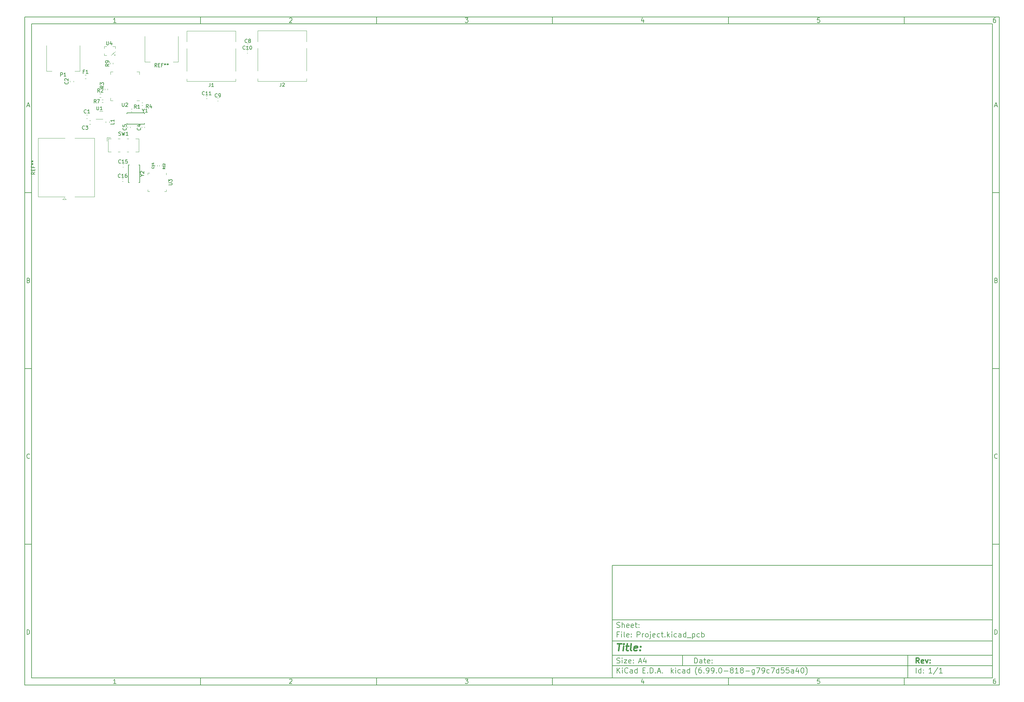
<source format=gbr>
%TF.GenerationSoftware,KiCad,Pcbnew,(6.99.0-818-g79c7d55a40)*%
%TF.CreationDate,2022-02-14T22:26:38+08:00*%
%TF.ProjectId,Project,50726f6a-6563-4742-9e6b-696361645f70,rev?*%
%TF.SameCoordinates,Original*%
%TF.FileFunction,Legend,Top*%
%TF.FilePolarity,Positive*%
%FSLAX46Y46*%
G04 Gerber Fmt 4.6, Leading zero omitted, Abs format (unit mm)*
G04 Created by KiCad (PCBNEW (6.99.0-818-g79c7d55a40)) date 2022-02-14 22:26:38*
%MOMM*%
%LPD*%
G01*
G04 APERTURE LIST*
%ADD10C,0.100000*%
%ADD11C,0.150000*%
%ADD12C,0.300000*%
%ADD13C,0.400000*%
%ADD14C,0.120000*%
%ADD15C,0.200000*%
G04 APERTURE END LIST*
D10*
D11*
X177002200Y-166007200D02*
X177002200Y-198007200D01*
X285002200Y-198007200D01*
X285002200Y-166007200D01*
X177002200Y-166007200D01*
D10*
D11*
X10000000Y-10000000D02*
X10000000Y-200007200D01*
X287002200Y-200007200D01*
X287002200Y-10000000D01*
X10000000Y-10000000D01*
D10*
D11*
X12000000Y-12000000D02*
X12000000Y-198007200D01*
X285002200Y-198007200D01*
X285002200Y-12000000D01*
X12000000Y-12000000D01*
D10*
D11*
X60000000Y-12000000D02*
X60000000Y-10000000D01*
D10*
D11*
X110000000Y-12000000D02*
X110000000Y-10000000D01*
D10*
D11*
X160000000Y-12000000D02*
X160000000Y-10000000D01*
D10*
D11*
X210000000Y-12000000D02*
X210000000Y-10000000D01*
D10*
D11*
X260000000Y-12000000D02*
X260000000Y-10000000D01*
D10*
D11*
X35990476Y-11588095D02*
X35247619Y-11588095D01*
X35619047Y-11588095D02*
X35619047Y-10288095D01*
X35619047Y-10288095D02*
X35495238Y-10473809D01*
X35495238Y-10473809D02*
X35371428Y-10597619D01*
X35371428Y-10597619D02*
X35247619Y-10659523D01*
D10*
D11*
X85247619Y-10411904D02*
X85309523Y-10350000D01*
X85309523Y-10350000D02*
X85433333Y-10288095D01*
X85433333Y-10288095D02*
X85742857Y-10288095D01*
X85742857Y-10288095D02*
X85866666Y-10350000D01*
X85866666Y-10350000D02*
X85928571Y-10411904D01*
X85928571Y-10411904D02*
X85990476Y-10535714D01*
X85990476Y-10535714D02*
X85990476Y-10659523D01*
X85990476Y-10659523D02*
X85928571Y-10845238D01*
X85928571Y-10845238D02*
X85185714Y-11588095D01*
X85185714Y-11588095D02*
X85990476Y-11588095D01*
D10*
D11*
X135185714Y-10288095D02*
X135990476Y-10288095D01*
X135990476Y-10288095D02*
X135557142Y-10783333D01*
X135557142Y-10783333D02*
X135742857Y-10783333D01*
X135742857Y-10783333D02*
X135866666Y-10845238D01*
X135866666Y-10845238D02*
X135928571Y-10907142D01*
X135928571Y-10907142D02*
X135990476Y-11030952D01*
X135990476Y-11030952D02*
X135990476Y-11340476D01*
X135990476Y-11340476D02*
X135928571Y-11464285D01*
X135928571Y-11464285D02*
X135866666Y-11526190D01*
X135866666Y-11526190D02*
X135742857Y-11588095D01*
X135742857Y-11588095D02*
X135371428Y-11588095D01*
X135371428Y-11588095D02*
X135247619Y-11526190D01*
X135247619Y-11526190D02*
X135185714Y-11464285D01*
D10*
D11*
X185866666Y-10721428D02*
X185866666Y-11588095D01*
X185557142Y-10226190D02*
X185247619Y-11154761D01*
X185247619Y-11154761D02*
X186052380Y-11154761D01*
D10*
D11*
X235928571Y-10288095D02*
X235309523Y-10288095D01*
X235309523Y-10288095D02*
X235247619Y-10907142D01*
X235247619Y-10907142D02*
X235309523Y-10845238D01*
X235309523Y-10845238D02*
X235433333Y-10783333D01*
X235433333Y-10783333D02*
X235742857Y-10783333D01*
X235742857Y-10783333D02*
X235866666Y-10845238D01*
X235866666Y-10845238D02*
X235928571Y-10907142D01*
X235928571Y-10907142D02*
X235990476Y-11030952D01*
X235990476Y-11030952D02*
X235990476Y-11340476D01*
X235990476Y-11340476D02*
X235928571Y-11464285D01*
X235928571Y-11464285D02*
X235866666Y-11526190D01*
X235866666Y-11526190D02*
X235742857Y-11588095D01*
X235742857Y-11588095D02*
X235433333Y-11588095D01*
X235433333Y-11588095D02*
X235309523Y-11526190D01*
X235309523Y-11526190D02*
X235247619Y-11464285D01*
D10*
D11*
X285866666Y-10288095D02*
X285619047Y-10288095D01*
X285619047Y-10288095D02*
X285495238Y-10350000D01*
X285495238Y-10350000D02*
X285433333Y-10411904D01*
X285433333Y-10411904D02*
X285309523Y-10597619D01*
X285309523Y-10597619D02*
X285247619Y-10845238D01*
X285247619Y-10845238D02*
X285247619Y-11340476D01*
X285247619Y-11340476D02*
X285309523Y-11464285D01*
X285309523Y-11464285D02*
X285371428Y-11526190D01*
X285371428Y-11526190D02*
X285495238Y-11588095D01*
X285495238Y-11588095D02*
X285742857Y-11588095D01*
X285742857Y-11588095D02*
X285866666Y-11526190D01*
X285866666Y-11526190D02*
X285928571Y-11464285D01*
X285928571Y-11464285D02*
X285990476Y-11340476D01*
X285990476Y-11340476D02*
X285990476Y-11030952D01*
X285990476Y-11030952D02*
X285928571Y-10907142D01*
X285928571Y-10907142D02*
X285866666Y-10845238D01*
X285866666Y-10845238D02*
X285742857Y-10783333D01*
X285742857Y-10783333D02*
X285495238Y-10783333D01*
X285495238Y-10783333D02*
X285371428Y-10845238D01*
X285371428Y-10845238D02*
X285309523Y-10907142D01*
X285309523Y-10907142D02*
X285247619Y-11030952D01*
D10*
D11*
X60000000Y-198007200D02*
X60000000Y-200007200D01*
D10*
D11*
X110000000Y-198007200D02*
X110000000Y-200007200D01*
D10*
D11*
X160000000Y-198007200D02*
X160000000Y-200007200D01*
D10*
D11*
X210000000Y-198007200D02*
X210000000Y-200007200D01*
D10*
D11*
X260000000Y-198007200D02*
X260000000Y-200007200D01*
D10*
D11*
X35990476Y-199595295D02*
X35247619Y-199595295D01*
X35619047Y-199595295D02*
X35619047Y-198295295D01*
X35619047Y-198295295D02*
X35495238Y-198481009D01*
X35495238Y-198481009D02*
X35371428Y-198604819D01*
X35371428Y-198604819D02*
X35247619Y-198666723D01*
D10*
D11*
X85247619Y-198419104D02*
X85309523Y-198357200D01*
X85309523Y-198357200D02*
X85433333Y-198295295D01*
X85433333Y-198295295D02*
X85742857Y-198295295D01*
X85742857Y-198295295D02*
X85866666Y-198357200D01*
X85866666Y-198357200D02*
X85928571Y-198419104D01*
X85928571Y-198419104D02*
X85990476Y-198542914D01*
X85990476Y-198542914D02*
X85990476Y-198666723D01*
X85990476Y-198666723D02*
X85928571Y-198852438D01*
X85928571Y-198852438D02*
X85185714Y-199595295D01*
X85185714Y-199595295D02*
X85990476Y-199595295D01*
D10*
D11*
X135185714Y-198295295D02*
X135990476Y-198295295D01*
X135990476Y-198295295D02*
X135557142Y-198790533D01*
X135557142Y-198790533D02*
X135742857Y-198790533D01*
X135742857Y-198790533D02*
X135866666Y-198852438D01*
X135866666Y-198852438D02*
X135928571Y-198914342D01*
X135928571Y-198914342D02*
X135990476Y-199038152D01*
X135990476Y-199038152D02*
X135990476Y-199347676D01*
X135990476Y-199347676D02*
X135928571Y-199471485D01*
X135928571Y-199471485D02*
X135866666Y-199533390D01*
X135866666Y-199533390D02*
X135742857Y-199595295D01*
X135742857Y-199595295D02*
X135371428Y-199595295D01*
X135371428Y-199595295D02*
X135247619Y-199533390D01*
X135247619Y-199533390D02*
X135185714Y-199471485D01*
D10*
D11*
X185866666Y-198728628D02*
X185866666Y-199595295D01*
X185557142Y-198233390D02*
X185247619Y-199161961D01*
X185247619Y-199161961D02*
X186052380Y-199161961D01*
D10*
D11*
X235928571Y-198295295D02*
X235309523Y-198295295D01*
X235309523Y-198295295D02*
X235247619Y-198914342D01*
X235247619Y-198914342D02*
X235309523Y-198852438D01*
X235309523Y-198852438D02*
X235433333Y-198790533D01*
X235433333Y-198790533D02*
X235742857Y-198790533D01*
X235742857Y-198790533D02*
X235866666Y-198852438D01*
X235866666Y-198852438D02*
X235928571Y-198914342D01*
X235928571Y-198914342D02*
X235990476Y-199038152D01*
X235990476Y-199038152D02*
X235990476Y-199347676D01*
X235990476Y-199347676D02*
X235928571Y-199471485D01*
X235928571Y-199471485D02*
X235866666Y-199533390D01*
X235866666Y-199533390D02*
X235742857Y-199595295D01*
X235742857Y-199595295D02*
X235433333Y-199595295D01*
X235433333Y-199595295D02*
X235309523Y-199533390D01*
X235309523Y-199533390D02*
X235247619Y-199471485D01*
D10*
D11*
X285866666Y-198295295D02*
X285619047Y-198295295D01*
X285619047Y-198295295D02*
X285495238Y-198357200D01*
X285495238Y-198357200D02*
X285433333Y-198419104D01*
X285433333Y-198419104D02*
X285309523Y-198604819D01*
X285309523Y-198604819D02*
X285247619Y-198852438D01*
X285247619Y-198852438D02*
X285247619Y-199347676D01*
X285247619Y-199347676D02*
X285309523Y-199471485D01*
X285309523Y-199471485D02*
X285371428Y-199533390D01*
X285371428Y-199533390D02*
X285495238Y-199595295D01*
X285495238Y-199595295D02*
X285742857Y-199595295D01*
X285742857Y-199595295D02*
X285866666Y-199533390D01*
X285866666Y-199533390D02*
X285928571Y-199471485D01*
X285928571Y-199471485D02*
X285990476Y-199347676D01*
X285990476Y-199347676D02*
X285990476Y-199038152D01*
X285990476Y-199038152D02*
X285928571Y-198914342D01*
X285928571Y-198914342D02*
X285866666Y-198852438D01*
X285866666Y-198852438D02*
X285742857Y-198790533D01*
X285742857Y-198790533D02*
X285495238Y-198790533D01*
X285495238Y-198790533D02*
X285371428Y-198852438D01*
X285371428Y-198852438D02*
X285309523Y-198914342D01*
X285309523Y-198914342D02*
X285247619Y-199038152D01*
D10*
D11*
X10000000Y-60000000D02*
X12000000Y-60000000D01*
D10*
D11*
X10000000Y-110000000D02*
X12000000Y-110000000D01*
D10*
D11*
X10000000Y-160000000D02*
X12000000Y-160000000D01*
D10*
D11*
X10690476Y-35216666D02*
X11309523Y-35216666D01*
X10566666Y-35588095D02*
X10999999Y-34288095D01*
X10999999Y-34288095D02*
X11433333Y-35588095D01*
D10*
D11*
X11092857Y-84907142D02*
X11278571Y-84969047D01*
X11278571Y-84969047D02*
X11340476Y-85030952D01*
X11340476Y-85030952D02*
X11402380Y-85154761D01*
X11402380Y-85154761D02*
X11402380Y-85340476D01*
X11402380Y-85340476D02*
X11340476Y-85464285D01*
X11340476Y-85464285D02*
X11278571Y-85526190D01*
X11278571Y-85526190D02*
X11154761Y-85588095D01*
X11154761Y-85588095D02*
X10659523Y-85588095D01*
X10659523Y-85588095D02*
X10659523Y-84288095D01*
X10659523Y-84288095D02*
X11092857Y-84288095D01*
X11092857Y-84288095D02*
X11216666Y-84350000D01*
X11216666Y-84350000D02*
X11278571Y-84411904D01*
X11278571Y-84411904D02*
X11340476Y-84535714D01*
X11340476Y-84535714D02*
X11340476Y-84659523D01*
X11340476Y-84659523D02*
X11278571Y-84783333D01*
X11278571Y-84783333D02*
X11216666Y-84845238D01*
X11216666Y-84845238D02*
X11092857Y-84907142D01*
X11092857Y-84907142D02*
X10659523Y-84907142D01*
D10*
D11*
X11402380Y-135464285D02*
X11340476Y-135526190D01*
X11340476Y-135526190D02*
X11154761Y-135588095D01*
X11154761Y-135588095D02*
X11030952Y-135588095D01*
X11030952Y-135588095D02*
X10845238Y-135526190D01*
X10845238Y-135526190D02*
X10721428Y-135402380D01*
X10721428Y-135402380D02*
X10659523Y-135278571D01*
X10659523Y-135278571D02*
X10597619Y-135030952D01*
X10597619Y-135030952D02*
X10597619Y-134845238D01*
X10597619Y-134845238D02*
X10659523Y-134597619D01*
X10659523Y-134597619D02*
X10721428Y-134473809D01*
X10721428Y-134473809D02*
X10845238Y-134350000D01*
X10845238Y-134350000D02*
X11030952Y-134288095D01*
X11030952Y-134288095D02*
X11154761Y-134288095D01*
X11154761Y-134288095D02*
X11340476Y-134350000D01*
X11340476Y-134350000D02*
X11402380Y-134411904D01*
D10*
D11*
X10659523Y-185588095D02*
X10659523Y-184288095D01*
X10659523Y-184288095D02*
X10969047Y-184288095D01*
X10969047Y-184288095D02*
X11154761Y-184350000D01*
X11154761Y-184350000D02*
X11278571Y-184473809D01*
X11278571Y-184473809D02*
X11340476Y-184597619D01*
X11340476Y-184597619D02*
X11402380Y-184845238D01*
X11402380Y-184845238D02*
X11402380Y-185030952D01*
X11402380Y-185030952D02*
X11340476Y-185278571D01*
X11340476Y-185278571D02*
X11278571Y-185402380D01*
X11278571Y-185402380D02*
X11154761Y-185526190D01*
X11154761Y-185526190D02*
X10969047Y-185588095D01*
X10969047Y-185588095D02*
X10659523Y-185588095D01*
D10*
D11*
X287002200Y-60000000D02*
X285002200Y-60000000D01*
D10*
D11*
X287002200Y-110000000D02*
X285002200Y-110000000D01*
D10*
D11*
X287002200Y-160000000D02*
X285002200Y-160000000D01*
D10*
D11*
X285692676Y-35216666D02*
X286311723Y-35216666D01*
X285568866Y-35588095D02*
X286002199Y-34288095D01*
X286002199Y-34288095D02*
X286435533Y-35588095D01*
D10*
D11*
X286095057Y-84907142D02*
X286280771Y-84969047D01*
X286280771Y-84969047D02*
X286342676Y-85030952D01*
X286342676Y-85030952D02*
X286404580Y-85154761D01*
X286404580Y-85154761D02*
X286404580Y-85340476D01*
X286404580Y-85340476D02*
X286342676Y-85464285D01*
X286342676Y-85464285D02*
X286280771Y-85526190D01*
X286280771Y-85526190D02*
X286156961Y-85588095D01*
X286156961Y-85588095D02*
X285661723Y-85588095D01*
X285661723Y-85588095D02*
X285661723Y-84288095D01*
X285661723Y-84288095D02*
X286095057Y-84288095D01*
X286095057Y-84288095D02*
X286218866Y-84350000D01*
X286218866Y-84350000D02*
X286280771Y-84411904D01*
X286280771Y-84411904D02*
X286342676Y-84535714D01*
X286342676Y-84535714D02*
X286342676Y-84659523D01*
X286342676Y-84659523D02*
X286280771Y-84783333D01*
X286280771Y-84783333D02*
X286218866Y-84845238D01*
X286218866Y-84845238D02*
X286095057Y-84907142D01*
X286095057Y-84907142D02*
X285661723Y-84907142D01*
D10*
D11*
X286404580Y-135464285D02*
X286342676Y-135526190D01*
X286342676Y-135526190D02*
X286156961Y-135588095D01*
X286156961Y-135588095D02*
X286033152Y-135588095D01*
X286033152Y-135588095D02*
X285847438Y-135526190D01*
X285847438Y-135526190D02*
X285723628Y-135402380D01*
X285723628Y-135402380D02*
X285661723Y-135278571D01*
X285661723Y-135278571D02*
X285599819Y-135030952D01*
X285599819Y-135030952D02*
X285599819Y-134845238D01*
X285599819Y-134845238D02*
X285661723Y-134597619D01*
X285661723Y-134597619D02*
X285723628Y-134473809D01*
X285723628Y-134473809D02*
X285847438Y-134350000D01*
X285847438Y-134350000D02*
X286033152Y-134288095D01*
X286033152Y-134288095D02*
X286156961Y-134288095D01*
X286156961Y-134288095D02*
X286342676Y-134350000D01*
X286342676Y-134350000D02*
X286404580Y-134411904D01*
D10*
D11*
X285661723Y-185588095D02*
X285661723Y-184288095D01*
X285661723Y-184288095D02*
X285971247Y-184288095D01*
X285971247Y-184288095D02*
X286156961Y-184350000D01*
X286156961Y-184350000D02*
X286280771Y-184473809D01*
X286280771Y-184473809D02*
X286342676Y-184597619D01*
X286342676Y-184597619D02*
X286404580Y-184845238D01*
X286404580Y-184845238D02*
X286404580Y-185030952D01*
X286404580Y-185030952D02*
X286342676Y-185278571D01*
X286342676Y-185278571D02*
X286280771Y-185402380D01*
X286280771Y-185402380D02*
X286156961Y-185526190D01*
X286156961Y-185526190D02*
X285971247Y-185588095D01*
X285971247Y-185588095D02*
X285661723Y-185588095D01*
D10*
D11*
X200359342Y-193785771D02*
X200359342Y-192285771D01*
X200359342Y-192285771D02*
X200716485Y-192285771D01*
X200716485Y-192285771D02*
X200930771Y-192357200D01*
X200930771Y-192357200D02*
X201073628Y-192500057D01*
X201073628Y-192500057D02*
X201145057Y-192642914D01*
X201145057Y-192642914D02*
X201216485Y-192928628D01*
X201216485Y-192928628D02*
X201216485Y-193142914D01*
X201216485Y-193142914D02*
X201145057Y-193428628D01*
X201145057Y-193428628D02*
X201073628Y-193571485D01*
X201073628Y-193571485D02*
X200930771Y-193714342D01*
X200930771Y-193714342D02*
X200716485Y-193785771D01*
X200716485Y-193785771D02*
X200359342Y-193785771D01*
X202502200Y-193785771D02*
X202502200Y-193000057D01*
X202502200Y-193000057D02*
X202430771Y-192857200D01*
X202430771Y-192857200D02*
X202287914Y-192785771D01*
X202287914Y-192785771D02*
X202002200Y-192785771D01*
X202002200Y-192785771D02*
X201859342Y-192857200D01*
X202502200Y-193714342D02*
X202359342Y-193785771D01*
X202359342Y-193785771D02*
X202002200Y-193785771D01*
X202002200Y-193785771D02*
X201859342Y-193714342D01*
X201859342Y-193714342D02*
X201787914Y-193571485D01*
X201787914Y-193571485D02*
X201787914Y-193428628D01*
X201787914Y-193428628D02*
X201859342Y-193285771D01*
X201859342Y-193285771D02*
X202002200Y-193214342D01*
X202002200Y-193214342D02*
X202359342Y-193214342D01*
X202359342Y-193214342D02*
X202502200Y-193142914D01*
X203002200Y-192785771D02*
X203573628Y-192785771D01*
X203216485Y-192285771D02*
X203216485Y-193571485D01*
X203216485Y-193571485D02*
X203287914Y-193714342D01*
X203287914Y-193714342D02*
X203430771Y-193785771D01*
X203430771Y-193785771D02*
X203573628Y-193785771D01*
X204645057Y-193714342D02*
X204502200Y-193785771D01*
X204502200Y-193785771D02*
X204216486Y-193785771D01*
X204216486Y-193785771D02*
X204073628Y-193714342D01*
X204073628Y-193714342D02*
X204002200Y-193571485D01*
X204002200Y-193571485D02*
X204002200Y-193000057D01*
X204002200Y-193000057D02*
X204073628Y-192857200D01*
X204073628Y-192857200D02*
X204216486Y-192785771D01*
X204216486Y-192785771D02*
X204502200Y-192785771D01*
X204502200Y-192785771D02*
X204645057Y-192857200D01*
X204645057Y-192857200D02*
X204716486Y-193000057D01*
X204716486Y-193000057D02*
X204716486Y-193142914D01*
X204716486Y-193142914D02*
X204002200Y-193285771D01*
X205359342Y-193642914D02*
X205430771Y-193714342D01*
X205430771Y-193714342D02*
X205359342Y-193785771D01*
X205359342Y-193785771D02*
X205287914Y-193714342D01*
X205287914Y-193714342D02*
X205359342Y-193642914D01*
X205359342Y-193642914D02*
X205359342Y-193785771D01*
X205359342Y-192857200D02*
X205430771Y-192928628D01*
X205430771Y-192928628D02*
X205359342Y-193000057D01*
X205359342Y-193000057D02*
X205287914Y-192928628D01*
X205287914Y-192928628D02*
X205359342Y-192857200D01*
X205359342Y-192857200D02*
X205359342Y-193000057D01*
D10*
D11*
X177002200Y-194507200D02*
X285002200Y-194507200D01*
D10*
D11*
X178359342Y-196585771D02*
X178359342Y-195085771D01*
X179216485Y-196585771D02*
X178573628Y-195728628D01*
X179216485Y-195085771D02*
X178359342Y-195942914D01*
X179859342Y-196585771D02*
X179859342Y-195585771D01*
X179859342Y-195085771D02*
X179787914Y-195157200D01*
X179787914Y-195157200D02*
X179859342Y-195228628D01*
X179859342Y-195228628D02*
X179930771Y-195157200D01*
X179930771Y-195157200D02*
X179859342Y-195085771D01*
X179859342Y-195085771D02*
X179859342Y-195228628D01*
X181430771Y-196442914D02*
X181359343Y-196514342D01*
X181359343Y-196514342D02*
X181145057Y-196585771D01*
X181145057Y-196585771D02*
X181002200Y-196585771D01*
X181002200Y-196585771D02*
X180787914Y-196514342D01*
X180787914Y-196514342D02*
X180645057Y-196371485D01*
X180645057Y-196371485D02*
X180573628Y-196228628D01*
X180573628Y-196228628D02*
X180502200Y-195942914D01*
X180502200Y-195942914D02*
X180502200Y-195728628D01*
X180502200Y-195728628D02*
X180573628Y-195442914D01*
X180573628Y-195442914D02*
X180645057Y-195300057D01*
X180645057Y-195300057D02*
X180787914Y-195157200D01*
X180787914Y-195157200D02*
X181002200Y-195085771D01*
X181002200Y-195085771D02*
X181145057Y-195085771D01*
X181145057Y-195085771D02*
X181359343Y-195157200D01*
X181359343Y-195157200D02*
X181430771Y-195228628D01*
X182716486Y-196585771D02*
X182716486Y-195800057D01*
X182716486Y-195800057D02*
X182645057Y-195657200D01*
X182645057Y-195657200D02*
X182502200Y-195585771D01*
X182502200Y-195585771D02*
X182216486Y-195585771D01*
X182216486Y-195585771D02*
X182073628Y-195657200D01*
X182716486Y-196514342D02*
X182573628Y-196585771D01*
X182573628Y-196585771D02*
X182216486Y-196585771D01*
X182216486Y-196585771D02*
X182073628Y-196514342D01*
X182073628Y-196514342D02*
X182002200Y-196371485D01*
X182002200Y-196371485D02*
X182002200Y-196228628D01*
X182002200Y-196228628D02*
X182073628Y-196085771D01*
X182073628Y-196085771D02*
X182216486Y-196014342D01*
X182216486Y-196014342D02*
X182573628Y-196014342D01*
X182573628Y-196014342D02*
X182716486Y-195942914D01*
X184073629Y-196585771D02*
X184073629Y-195085771D01*
X184073629Y-196514342D02*
X183930771Y-196585771D01*
X183930771Y-196585771D02*
X183645057Y-196585771D01*
X183645057Y-196585771D02*
X183502200Y-196514342D01*
X183502200Y-196514342D02*
X183430771Y-196442914D01*
X183430771Y-196442914D02*
X183359343Y-196300057D01*
X183359343Y-196300057D02*
X183359343Y-195871485D01*
X183359343Y-195871485D02*
X183430771Y-195728628D01*
X183430771Y-195728628D02*
X183502200Y-195657200D01*
X183502200Y-195657200D02*
X183645057Y-195585771D01*
X183645057Y-195585771D02*
X183930771Y-195585771D01*
X183930771Y-195585771D02*
X184073629Y-195657200D01*
X185687914Y-195800057D02*
X186187914Y-195800057D01*
X186402200Y-196585771D02*
X185687914Y-196585771D01*
X185687914Y-196585771D02*
X185687914Y-195085771D01*
X185687914Y-195085771D02*
X186402200Y-195085771D01*
X187045057Y-196442914D02*
X187116486Y-196514342D01*
X187116486Y-196514342D02*
X187045057Y-196585771D01*
X187045057Y-196585771D02*
X186973629Y-196514342D01*
X186973629Y-196514342D02*
X187045057Y-196442914D01*
X187045057Y-196442914D02*
X187045057Y-196585771D01*
X187759343Y-196585771D02*
X187759343Y-195085771D01*
X187759343Y-195085771D02*
X188116486Y-195085771D01*
X188116486Y-195085771D02*
X188330772Y-195157200D01*
X188330772Y-195157200D02*
X188473629Y-195300057D01*
X188473629Y-195300057D02*
X188545058Y-195442914D01*
X188545058Y-195442914D02*
X188616486Y-195728628D01*
X188616486Y-195728628D02*
X188616486Y-195942914D01*
X188616486Y-195942914D02*
X188545058Y-196228628D01*
X188545058Y-196228628D02*
X188473629Y-196371485D01*
X188473629Y-196371485D02*
X188330772Y-196514342D01*
X188330772Y-196514342D02*
X188116486Y-196585771D01*
X188116486Y-196585771D02*
X187759343Y-196585771D01*
X189259343Y-196442914D02*
X189330772Y-196514342D01*
X189330772Y-196514342D02*
X189259343Y-196585771D01*
X189259343Y-196585771D02*
X189187915Y-196514342D01*
X189187915Y-196514342D02*
X189259343Y-196442914D01*
X189259343Y-196442914D02*
X189259343Y-196585771D01*
X189902201Y-196157200D02*
X190616487Y-196157200D01*
X189759344Y-196585771D02*
X190259344Y-195085771D01*
X190259344Y-195085771D02*
X190759344Y-196585771D01*
X191259343Y-196442914D02*
X191330772Y-196514342D01*
X191330772Y-196514342D02*
X191259343Y-196585771D01*
X191259343Y-196585771D02*
X191187915Y-196514342D01*
X191187915Y-196514342D02*
X191259343Y-196442914D01*
X191259343Y-196442914D02*
X191259343Y-196585771D01*
X193773629Y-196585771D02*
X193773629Y-195085771D01*
X193916487Y-196014342D02*
X194345058Y-196585771D01*
X194345058Y-195585771D02*
X193773629Y-196157200D01*
X194987915Y-196585771D02*
X194987915Y-195585771D01*
X194987915Y-195085771D02*
X194916487Y-195157200D01*
X194916487Y-195157200D02*
X194987915Y-195228628D01*
X194987915Y-195228628D02*
X195059344Y-195157200D01*
X195059344Y-195157200D02*
X194987915Y-195085771D01*
X194987915Y-195085771D02*
X194987915Y-195228628D01*
X196345059Y-196514342D02*
X196202201Y-196585771D01*
X196202201Y-196585771D02*
X195916487Y-196585771D01*
X195916487Y-196585771D02*
X195773630Y-196514342D01*
X195773630Y-196514342D02*
X195702201Y-196442914D01*
X195702201Y-196442914D02*
X195630773Y-196300057D01*
X195630773Y-196300057D02*
X195630773Y-195871485D01*
X195630773Y-195871485D02*
X195702201Y-195728628D01*
X195702201Y-195728628D02*
X195773630Y-195657200D01*
X195773630Y-195657200D02*
X195916487Y-195585771D01*
X195916487Y-195585771D02*
X196202201Y-195585771D01*
X196202201Y-195585771D02*
X196345059Y-195657200D01*
X197630773Y-196585771D02*
X197630773Y-195800057D01*
X197630773Y-195800057D02*
X197559344Y-195657200D01*
X197559344Y-195657200D02*
X197416487Y-195585771D01*
X197416487Y-195585771D02*
X197130773Y-195585771D01*
X197130773Y-195585771D02*
X196987915Y-195657200D01*
X197630773Y-196514342D02*
X197487915Y-196585771D01*
X197487915Y-196585771D02*
X197130773Y-196585771D01*
X197130773Y-196585771D02*
X196987915Y-196514342D01*
X196987915Y-196514342D02*
X196916487Y-196371485D01*
X196916487Y-196371485D02*
X196916487Y-196228628D01*
X196916487Y-196228628D02*
X196987915Y-196085771D01*
X196987915Y-196085771D02*
X197130773Y-196014342D01*
X197130773Y-196014342D02*
X197487915Y-196014342D01*
X197487915Y-196014342D02*
X197630773Y-195942914D01*
X198987916Y-196585771D02*
X198987916Y-195085771D01*
X198987916Y-196514342D02*
X198845058Y-196585771D01*
X198845058Y-196585771D02*
X198559344Y-196585771D01*
X198559344Y-196585771D02*
X198416487Y-196514342D01*
X198416487Y-196514342D02*
X198345058Y-196442914D01*
X198345058Y-196442914D02*
X198273630Y-196300057D01*
X198273630Y-196300057D02*
X198273630Y-195871485D01*
X198273630Y-195871485D02*
X198345058Y-195728628D01*
X198345058Y-195728628D02*
X198416487Y-195657200D01*
X198416487Y-195657200D02*
X198559344Y-195585771D01*
X198559344Y-195585771D02*
X198845058Y-195585771D01*
X198845058Y-195585771D02*
X198987916Y-195657200D01*
X201030773Y-197157200D02*
X200959344Y-197085771D01*
X200959344Y-197085771D02*
X200816487Y-196871485D01*
X200816487Y-196871485D02*
X200745059Y-196728628D01*
X200745059Y-196728628D02*
X200673630Y-196514342D01*
X200673630Y-196514342D02*
X200602201Y-196157200D01*
X200602201Y-196157200D02*
X200602201Y-195871485D01*
X200602201Y-195871485D02*
X200673630Y-195514342D01*
X200673630Y-195514342D02*
X200745059Y-195300057D01*
X200745059Y-195300057D02*
X200816487Y-195157200D01*
X200816487Y-195157200D02*
X200959344Y-194942914D01*
X200959344Y-194942914D02*
X201030773Y-194871485D01*
X202245059Y-195085771D02*
X201959344Y-195085771D01*
X201959344Y-195085771D02*
X201816487Y-195157200D01*
X201816487Y-195157200D02*
X201745059Y-195228628D01*
X201745059Y-195228628D02*
X201602201Y-195442914D01*
X201602201Y-195442914D02*
X201530773Y-195728628D01*
X201530773Y-195728628D02*
X201530773Y-196300057D01*
X201530773Y-196300057D02*
X201602201Y-196442914D01*
X201602201Y-196442914D02*
X201673630Y-196514342D01*
X201673630Y-196514342D02*
X201816487Y-196585771D01*
X201816487Y-196585771D02*
X202102201Y-196585771D01*
X202102201Y-196585771D02*
X202245059Y-196514342D01*
X202245059Y-196514342D02*
X202316487Y-196442914D01*
X202316487Y-196442914D02*
X202387916Y-196300057D01*
X202387916Y-196300057D02*
X202387916Y-195942914D01*
X202387916Y-195942914D02*
X202316487Y-195800057D01*
X202316487Y-195800057D02*
X202245059Y-195728628D01*
X202245059Y-195728628D02*
X202102201Y-195657200D01*
X202102201Y-195657200D02*
X201816487Y-195657200D01*
X201816487Y-195657200D02*
X201673630Y-195728628D01*
X201673630Y-195728628D02*
X201602201Y-195800057D01*
X201602201Y-195800057D02*
X201530773Y-195942914D01*
X203030772Y-196442914D02*
X203102201Y-196514342D01*
X203102201Y-196514342D02*
X203030772Y-196585771D01*
X203030772Y-196585771D02*
X202959344Y-196514342D01*
X202959344Y-196514342D02*
X203030772Y-196442914D01*
X203030772Y-196442914D02*
X203030772Y-196585771D01*
X203816487Y-196585771D02*
X204102201Y-196585771D01*
X204102201Y-196585771D02*
X204245058Y-196514342D01*
X204245058Y-196514342D02*
X204316487Y-196442914D01*
X204316487Y-196442914D02*
X204459344Y-196228628D01*
X204459344Y-196228628D02*
X204530773Y-195942914D01*
X204530773Y-195942914D02*
X204530773Y-195371485D01*
X204530773Y-195371485D02*
X204459344Y-195228628D01*
X204459344Y-195228628D02*
X204387916Y-195157200D01*
X204387916Y-195157200D02*
X204245058Y-195085771D01*
X204245058Y-195085771D02*
X203959344Y-195085771D01*
X203959344Y-195085771D02*
X203816487Y-195157200D01*
X203816487Y-195157200D02*
X203745058Y-195228628D01*
X203745058Y-195228628D02*
X203673630Y-195371485D01*
X203673630Y-195371485D02*
X203673630Y-195728628D01*
X203673630Y-195728628D02*
X203745058Y-195871485D01*
X203745058Y-195871485D02*
X203816487Y-195942914D01*
X203816487Y-195942914D02*
X203959344Y-196014342D01*
X203959344Y-196014342D02*
X204245058Y-196014342D01*
X204245058Y-196014342D02*
X204387916Y-195942914D01*
X204387916Y-195942914D02*
X204459344Y-195871485D01*
X204459344Y-195871485D02*
X204530773Y-195728628D01*
X205245058Y-196585771D02*
X205530772Y-196585771D01*
X205530772Y-196585771D02*
X205673629Y-196514342D01*
X205673629Y-196514342D02*
X205745058Y-196442914D01*
X205745058Y-196442914D02*
X205887915Y-196228628D01*
X205887915Y-196228628D02*
X205959344Y-195942914D01*
X205959344Y-195942914D02*
X205959344Y-195371485D01*
X205959344Y-195371485D02*
X205887915Y-195228628D01*
X205887915Y-195228628D02*
X205816487Y-195157200D01*
X205816487Y-195157200D02*
X205673629Y-195085771D01*
X205673629Y-195085771D02*
X205387915Y-195085771D01*
X205387915Y-195085771D02*
X205245058Y-195157200D01*
X205245058Y-195157200D02*
X205173629Y-195228628D01*
X205173629Y-195228628D02*
X205102201Y-195371485D01*
X205102201Y-195371485D02*
X205102201Y-195728628D01*
X205102201Y-195728628D02*
X205173629Y-195871485D01*
X205173629Y-195871485D02*
X205245058Y-195942914D01*
X205245058Y-195942914D02*
X205387915Y-196014342D01*
X205387915Y-196014342D02*
X205673629Y-196014342D01*
X205673629Y-196014342D02*
X205816487Y-195942914D01*
X205816487Y-195942914D02*
X205887915Y-195871485D01*
X205887915Y-195871485D02*
X205959344Y-195728628D01*
X206602200Y-196442914D02*
X206673629Y-196514342D01*
X206673629Y-196514342D02*
X206602200Y-196585771D01*
X206602200Y-196585771D02*
X206530772Y-196514342D01*
X206530772Y-196514342D02*
X206602200Y-196442914D01*
X206602200Y-196442914D02*
X206602200Y-196585771D01*
X207602201Y-195085771D02*
X207745058Y-195085771D01*
X207745058Y-195085771D02*
X207887915Y-195157200D01*
X207887915Y-195157200D02*
X207959344Y-195228628D01*
X207959344Y-195228628D02*
X208030772Y-195371485D01*
X208030772Y-195371485D02*
X208102201Y-195657200D01*
X208102201Y-195657200D02*
X208102201Y-196014342D01*
X208102201Y-196014342D02*
X208030772Y-196300057D01*
X208030772Y-196300057D02*
X207959344Y-196442914D01*
X207959344Y-196442914D02*
X207887915Y-196514342D01*
X207887915Y-196514342D02*
X207745058Y-196585771D01*
X207745058Y-196585771D02*
X207602201Y-196585771D01*
X207602201Y-196585771D02*
X207459344Y-196514342D01*
X207459344Y-196514342D02*
X207387915Y-196442914D01*
X207387915Y-196442914D02*
X207316486Y-196300057D01*
X207316486Y-196300057D02*
X207245058Y-196014342D01*
X207245058Y-196014342D02*
X207245058Y-195657200D01*
X207245058Y-195657200D02*
X207316486Y-195371485D01*
X207316486Y-195371485D02*
X207387915Y-195228628D01*
X207387915Y-195228628D02*
X207459344Y-195157200D01*
X207459344Y-195157200D02*
X207602201Y-195085771D01*
X208745057Y-196014342D02*
X209887915Y-196014342D01*
X210816486Y-195728628D02*
X210673629Y-195657200D01*
X210673629Y-195657200D02*
X210602200Y-195585771D01*
X210602200Y-195585771D02*
X210530772Y-195442914D01*
X210530772Y-195442914D02*
X210530772Y-195371485D01*
X210530772Y-195371485D02*
X210602200Y-195228628D01*
X210602200Y-195228628D02*
X210673629Y-195157200D01*
X210673629Y-195157200D02*
X210816486Y-195085771D01*
X210816486Y-195085771D02*
X211102200Y-195085771D01*
X211102200Y-195085771D02*
X211245058Y-195157200D01*
X211245058Y-195157200D02*
X211316486Y-195228628D01*
X211316486Y-195228628D02*
X211387915Y-195371485D01*
X211387915Y-195371485D02*
X211387915Y-195442914D01*
X211387915Y-195442914D02*
X211316486Y-195585771D01*
X211316486Y-195585771D02*
X211245058Y-195657200D01*
X211245058Y-195657200D02*
X211102200Y-195728628D01*
X211102200Y-195728628D02*
X210816486Y-195728628D01*
X210816486Y-195728628D02*
X210673629Y-195800057D01*
X210673629Y-195800057D02*
X210602200Y-195871485D01*
X210602200Y-195871485D02*
X210530772Y-196014342D01*
X210530772Y-196014342D02*
X210530772Y-196300057D01*
X210530772Y-196300057D02*
X210602200Y-196442914D01*
X210602200Y-196442914D02*
X210673629Y-196514342D01*
X210673629Y-196514342D02*
X210816486Y-196585771D01*
X210816486Y-196585771D02*
X211102200Y-196585771D01*
X211102200Y-196585771D02*
X211245058Y-196514342D01*
X211245058Y-196514342D02*
X211316486Y-196442914D01*
X211316486Y-196442914D02*
X211387915Y-196300057D01*
X211387915Y-196300057D02*
X211387915Y-196014342D01*
X211387915Y-196014342D02*
X211316486Y-195871485D01*
X211316486Y-195871485D02*
X211245058Y-195800057D01*
X211245058Y-195800057D02*
X211102200Y-195728628D01*
X212816486Y-196585771D02*
X211959343Y-196585771D01*
X212387914Y-196585771D02*
X212387914Y-195085771D01*
X212387914Y-195085771D02*
X212245057Y-195300057D01*
X212245057Y-195300057D02*
X212102200Y-195442914D01*
X212102200Y-195442914D02*
X211959343Y-195514342D01*
X213673628Y-195728628D02*
X213530771Y-195657200D01*
X213530771Y-195657200D02*
X213459342Y-195585771D01*
X213459342Y-195585771D02*
X213387914Y-195442914D01*
X213387914Y-195442914D02*
X213387914Y-195371485D01*
X213387914Y-195371485D02*
X213459342Y-195228628D01*
X213459342Y-195228628D02*
X213530771Y-195157200D01*
X213530771Y-195157200D02*
X213673628Y-195085771D01*
X213673628Y-195085771D02*
X213959342Y-195085771D01*
X213959342Y-195085771D02*
X214102200Y-195157200D01*
X214102200Y-195157200D02*
X214173628Y-195228628D01*
X214173628Y-195228628D02*
X214245057Y-195371485D01*
X214245057Y-195371485D02*
X214245057Y-195442914D01*
X214245057Y-195442914D02*
X214173628Y-195585771D01*
X214173628Y-195585771D02*
X214102200Y-195657200D01*
X214102200Y-195657200D02*
X213959342Y-195728628D01*
X213959342Y-195728628D02*
X213673628Y-195728628D01*
X213673628Y-195728628D02*
X213530771Y-195800057D01*
X213530771Y-195800057D02*
X213459342Y-195871485D01*
X213459342Y-195871485D02*
X213387914Y-196014342D01*
X213387914Y-196014342D02*
X213387914Y-196300057D01*
X213387914Y-196300057D02*
X213459342Y-196442914D01*
X213459342Y-196442914D02*
X213530771Y-196514342D01*
X213530771Y-196514342D02*
X213673628Y-196585771D01*
X213673628Y-196585771D02*
X213959342Y-196585771D01*
X213959342Y-196585771D02*
X214102200Y-196514342D01*
X214102200Y-196514342D02*
X214173628Y-196442914D01*
X214173628Y-196442914D02*
X214245057Y-196300057D01*
X214245057Y-196300057D02*
X214245057Y-196014342D01*
X214245057Y-196014342D02*
X214173628Y-195871485D01*
X214173628Y-195871485D02*
X214102200Y-195800057D01*
X214102200Y-195800057D02*
X213959342Y-195728628D01*
X214887913Y-196014342D02*
X216030771Y-196014342D01*
X217387914Y-195585771D02*
X217387914Y-196800057D01*
X217387914Y-196800057D02*
X217316485Y-196942914D01*
X217316485Y-196942914D02*
X217245056Y-197014342D01*
X217245056Y-197014342D02*
X217102199Y-197085771D01*
X217102199Y-197085771D02*
X216887914Y-197085771D01*
X216887914Y-197085771D02*
X216745056Y-197014342D01*
X217387914Y-196514342D02*
X217245056Y-196585771D01*
X217245056Y-196585771D02*
X216959342Y-196585771D01*
X216959342Y-196585771D02*
X216816485Y-196514342D01*
X216816485Y-196514342D02*
X216745056Y-196442914D01*
X216745056Y-196442914D02*
X216673628Y-196300057D01*
X216673628Y-196300057D02*
X216673628Y-195871485D01*
X216673628Y-195871485D02*
X216745056Y-195728628D01*
X216745056Y-195728628D02*
X216816485Y-195657200D01*
X216816485Y-195657200D02*
X216959342Y-195585771D01*
X216959342Y-195585771D02*
X217245056Y-195585771D01*
X217245056Y-195585771D02*
X217387914Y-195657200D01*
X217959342Y-195085771D02*
X218959342Y-195085771D01*
X218959342Y-195085771D02*
X218316485Y-196585771D01*
X219602199Y-196585771D02*
X219887913Y-196585771D01*
X219887913Y-196585771D02*
X220030770Y-196514342D01*
X220030770Y-196514342D02*
X220102199Y-196442914D01*
X220102199Y-196442914D02*
X220245056Y-196228628D01*
X220245056Y-196228628D02*
X220316485Y-195942914D01*
X220316485Y-195942914D02*
X220316485Y-195371485D01*
X220316485Y-195371485D02*
X220245056Y-195228628D01*
X220245056Y-195228628D02*
X220173628Y-195157200D01*
X220173628Y-195157200D02*
X220030770Y-195085771D01*
X220030770Y-195085771D02*
X219745056Y-195085771D01*
X219745056Y-195085771D02*
X219602199Y-195157200D01*
X219602199Y-195157200D02*
X219530770Y-195228628D01*
X219530770Y-195228628D02*
X219459342Y-195371485D01*
X219459342Y-195371485D02*
X219459342Y-195728628D01*
X219459342Y-195728628D02*
X219530770Y-195871485D01*
X219530770Y-195871485D02*
X219602199Y-195942914D01*
X219602199Y-195942914D02*
X219745056Y-196014342D01*
X219745056Y-196014342D02*
X220030770Y-196014342D01*
X220030770Y-196014342D02*
X220173628Y-195942914D01*
X220173628Y-195942914D02*
X220245056Y-195871485D01*
X220245056Y-195871485D02*
X220316485Y-195728628D01*
X221602199Y-196514342D02*
X221459341Y-196585771D01*
X221459341Y-196585771D02*
X221173627Y-196585771D01*
X221173627Y-196585771D02*
X221030770Y-196514342D01*
X221030770Y-196514342D02*
X220959341Y-196442914D01*
X220959341Y-196442914D02*
X220887913Y-196300057D01*
X220887913Y-196300057D02*
X220887913Y-195871485D01*
X220887913Y-195871485D02*
X220959341Y-195728628D01*
X220959341Y-195728628D02*
X221030770Y-195657200D01*
X221030770Y-195657200D02*
X221173627Y-195585771D01*
X221173627Y-195585771D02*
X221459341Y-195585771D01*
X221459341Y-195585771D02*
X221602199Y-195657200D01*
X222102198Y-195085771D02*
X223102198Y-195085771D01*
X223102198Y-195085771D02*
X222459341Y-196585771D01*
X224316484Y-196585771D02*
X224316484Y-195085771D01*
X224316484Y-196514342D02*
X224173626Y-196585771D01*
X224173626Y-196585771D02*
X223887912Y-196585771D01*
X223887912Y-196585771D02*
X223745055Y-196514342D01*
X223745055Y-196514342D02*
X223673626Y-196442914D01*
X223673626Y-196442914D02*
X223602198Y-196300057D01*
X223602198Y-196300057D02*
X223602198Y-195871485D01*
X223602198Y-195871485D02*
X223673626Y-195728628D01*
X223673626Y-195728628D02*
X223745055Y-195657200D01*
X223745055Y-195657200D02*
X223887912Y-195585771D01*
X223887912Y-195585771D02*
X224173626Y-195585771D01*
X224173626Y-195585771D02*
X224316484Y-195657200D01*
X225745055Y-195085771D02*
X225030769Y-195085771D01*
X225030769Y-195085771D02*
X224959341Y-195800057D01*
X224959341Y-195800057D02*
X225030769Y-195728628D01*
X225030769Y-195728628D02*
X225173627Y-195657200D01*
X225173627Y-195657200D02*
X225530769Y-195657200D01*
X225530769Y-195657200D02*
X225673627Y-195728628D01*
X225673627Y-195728628D02*
X225745055Y-195800057D01*
X225745055Y-195800057D02*
X225816484Y-195942914D01*
X225816484Y-195942914D02*
X225816484Y-196300057D01*
X225816484Y-196300057D02*
X225745055Y-196442914D01*
X225745055Y-196442914D02*
X225673627Y-196514342D01*
X225673627Y-196514342D02*
X225530769Y-196585771D01*
X225530769Y-196585771D02*
X225173627Y-196585771D01*
X225173627Y-196585771D02*
X225030769Y-196514342D01*
X225030769Y-196514342D02*
X224959341Y-196442914D01*
X227173626Y-195085771D02*
X226459340Y-195085771D01*
X226459340Y-195085771D02*
X226387912Y-195800057D01*
X226387912Y-195800057D02*
X226459340Y-195728628D01*
X226459340Y-195728628D02*
X226602198Y-195657200D01*
X226602198Y-195657200D02*
X226959340Y-195657200D01*
X226959340Y-195657200D02*
X227102198Y-195728628D01*
X227102198Y-195728628D02*
X227173626Y-195800057D01*
X227173626Y-195800057D02*
X227245055Y-195942914D01*
X227245055Y-195942914D02*
X227245055Y-196300057D01*
X227245055Y-196300057D02*
X227173626Y-196442914D01*
X227173626Y-196442914D02*
X227102198Y-196514342D01*
X227102198Y-196514342D02*
X226959340Y-196585771D01*
X226959340Y-196585771D02*
X226602198Y-196585771D01*
X226602198Y-196585771D02*
X226459340Y-196514342D01*
X226459340Y-196514342D02*
X226387912Y-196442914D01*
X228530769Y-196585771D02*
X228530769Y-195800057D01*
X228530769Y-195800057D02*
X228459340Y-195657200D01*
X228459340Y-195657200D02*
X228316483Y-195585771D01*
X228316483Y-195585771D02*
X228030769Y-195585771D01*
X228030769Y-195585771D02*
X227887911Y-195657200D01*
X228530769Y-196514342D02*
X228387911Y-196585771D01*
X228387911Y-196585771D02*
X228030769Y-196585771D01*
X228030769Y-196585771D02*
X227887911Y-196514342D01*
X227887911Y-196514342D02*
X227816483Y-196371485D01*
X227816483Y-196371485D02*
X227816483Y-196228628D01*
X227816483Y-196228628D02*
X227887911Y-196085771D01*
X227887911Y-196085771D02*
X228030769Y-196014342D01*
X228030769Y-196014342D02*
X228387911Y-196014342D01*
X228387911Y-196014342D02*
X228530769Y-195942914D01*
X229887912Y-195585771D02*
X229887912Y-196585771D01*
X229530769Y-195014342D02*
X229173626Y-196085771D01*
X229173626Y-196085771D02*
X230102197Y-196085771D01*
X230959340Y-195085771D02*
X231102197Y-195085771D01*
X231102197Y-195085771D02*
X231245054Y-195157200D01*
X231245054Y-195157200D02*
X231316483Y-195228628D01*
X231316483Y-195228628D02*
X231387911Y-195371485D01*
X231387911Y-195371485D02*
X231459340Y-195657200D01*
X231459340Y-195657200D02*
X231459340Y-196014342D01*
X231459340Y-196014342D02*
X231387911Y-196300057D01*
X231387911Y-196300057D02*
X231316483Y-196442914D01*
X231316483Y-196442914D02*
X231245054Y-196514342D01*
X231245054Y-196514342D02*
X231102197Y-196585771D01*
X231102197Y-196585771D02*
X230959340Y-196585771D01*
X230959340Y-196585771D02*
X230816483Y-196514342D01*
X230816483Y-196514342D02*
X230745054Y-196442914D01*
X230745054Y-196442914D02*
X230673625Y-196300057D01*
X230673625Y-196300057D02*
X230602197Y-196014342D01*
X230602197Y-196014342D02*
X230602197Y-195657200D01*
X230602197Y-195657200D02*
X230673625Y-195371485D01*
X230673625Y-195371485D02*
X230745054Y-195228628D01*
X230745054Y-195228628D02*
X230816483Y-195157200D01*
X230816483Y-195157200D02*
X230959340Y-195085771D01*
X231959339Y-197157200D02*
X232030768Y-197085771D01*
X232030768Y-197085771D02*
X232173625Y-196871485D01*
X232173625Y-196871485D02*
X232245054Y-196728628D01*
X232245054Y-196728628D02*
X232316482Y-196514342D01*
X232316482Y-196514342D02*
X232387911Y-196157200D01*
X232387911Y-196157200D02*
X232387911Y-195871485D01*
X232387911Y-195871485D02*
X232316482Y-195514342D01*
X232316482Y-195514342D02*
X232245054Y-195300057D01*
X232245054Y-195300057D02*
X232173625Y-195157200D01*
X232173625Y-195157200D02*
X232030768Y-194942914D01*
X232030768Y-194942914D02*
X231959339Y-194871485D01*
D10*
D11*
X177002200Y-191507200D02*
X285002200Y-191507200D01*
D10*
D12*
X264216485Y-193785771D02*
X263716485Y-193071485D01*
X263359342Y-193785771D02*
X263359342Y-192285771D01*
X263359342Y-192285771D02*
X263930771Y-192285771D01*
X263930771Y-192285771D02*
X264073628Y-192357200D01*
X264073628Y-192357200D02*
X264145057Y-192428628D01*
X264145057Y-192428628D02*
X264216485Y-192571485D01*
X264216485Y-192571485D02*
X264216485Y-192785771D01*
X264216485Y-192785771D02*
X264145057Y-192928628D01*
X264145057Y-192928628D02*
X264073628Y-193000057D01*
X264073628Y-193000057D02*
X263930771Y-193071485D01*
X263930771Y-193071485D02*
X263359342Y-193071485D01*
X265430771Y-193714342D02*
X265287914Y-193785771D01*
X265287914Y-193785771D02*
X265002200Y-193785771D01*
X265002200Y-193785771D02*
X264859342Y-193714342D01*
X264859342Y-193714342D02*
X264787914Y-193571485D01*
X264787914Y-193571485D02*
X264787914Y-193000057D01*
X264787914Y-193000057D02*
X264859342Y-192857200D01*
X264859342Y-192857200D02*
X265002200Y-192785771D01*
X265002200Y-192785771D02*
X265287914Y-192785771D01*
X265287914Y-192785771D02*
X265430771Y-192857200D01*
X265430771Y-192857200D02*
X265502200Y-193000057D01*
X265502200Y-193000057D02*
X265502200Y-193142914D01*
X265502200Y-193142914D02*
X264787914Y-193285771D01*
X266002199Y-192785771D02*
X266359342Y-193785771D01*
X266359342Y-193785771D02*
X266716485Y-192785771D01*
X267287913Y-193642914D02*
X267359342Y-193714342D01*
X267359342Y-193714342D02*
X267287913Y-193785771D01*
X267287913Y-193785771D02*
X267216485Y-193714342D01*
X267216485Y-193714342D02*
X267287913Y-193642914D01*
X267287913Y-193642914D02*
X267287913Y-193785771D01*
X267287913Y-192857200D02*
X267359342Y-192928628D01*
X267359342Y-192928628D02*
X267287913Y-193000057D01*
X267287913Y-193000057D02*
X267216485Y-192928628D01*
X267216485Y-192928628D02*
X267287913Y-192857200D01*
X267287913Y-192857200D02*
X267287913Y-193000057D01*
D10*
D11*
X178287914Y-193714342D02*
X178502200Y-193785771D01*
X178502200Y-193785771D02*
X178859342Y-193785771D01*
X178859342Y-193785771D02*
X179002200Y-193714342D01*
X179002200Y-193714342D02*
X179073628Y-193642914D01*
X179073628Y-193642914D02*
X179145057Y-193500057D01*
X179145057Y-193500057D02*
X179145057Y-193357200D01*
X179145057Y-193357200D02*
X179073628Y-193214342D01*
X179073628Y-193214342D02*
X179002200Y-193142914D01*
X179002200Y-193142914D02*
X178859342Y-193071485D01*
X178859342Y-193071485D02*
X178573628Y-193000057D01*
X178573628Y-193000057D02*
X178430771Y-192928628D01*
X178430771Y-192928628D02*
X178359342Y-192857200D01*
X178359342Y-192857200D02*
X178287914Y-192714342D01*
X178287914Y-192714342D02*
X178287914Y-192571485D01*
X178287914Y-192571485D02*
X178359342Y-192428628D01*
X178359342Y-192428628D02*
X178430771Y-192357200D01*
X178430771Y-192357200D02*
X178573628Y-192285771D01*
X178573628Y-192285771D02*
X178930771Y-192285771D01*
X178930771Y-192285771D02*
X179145057Y-192357200D01*
X179787913Y-193785771D02*
X179787913Y-192785771D01*
X179787913Y-192285771D02*
X179716485Y-192357200D01*
X179716485Y-192357200D02*
X179787913Y-192428628D01*
X179787913Y-192428628D02*
X179859342Y-192357200D01*
X179859342Y-192357200D02*
X179787913Y-192285771D01*
X179787913Y-192285771D02*
X179787913Y-192428628D01*
X180359342Y-192785771D02*
X181145057Y-192785771D01*
X181145057Y-192785771D02*
X180359342Y-193785771D01*
X180359342Y-193785771D02*
X181145057Y-193785771D01*
X182287914Y-193714342D02*
X182145057Y-193785771D01*
X182145057Y-193785771D02*
X181859343Y-193785771D01*
X181859343Y-193785771D02*
X181716485Y-193714342D01*
X181716485Y-193714342D02*
X181645057Y-193571485D01*
X181645057Y-193571485D02*
X181645057Y-193000057D01*
X181645057Y-193000057D02*
X181716485Y-192857200D01*
X181716485Y-192857200D02*
X181859343Y-192785771D01*
X181859343Y-192785771D02*
X182145057Y-192785771D01*
X182145057Y-192785771D02*
X182287914Y-192857200D01*
X182287914Y-192857200D02*
X182359343Y-193000057D01*
X182359343Y-193000057D02*
X182359343Y-193142914D01*
X182359343Y-193142914D02*
X181645057Y-193285771D01*
X183002199Y-193642914D02*
X183073628Y-193714342D01*
X183073628Y-193714342D02*
X183002199Y-193785771D01*
X183002199Y-193785771D02*
X182930771Y-193714342D01*
X182930771Y-193714342D02*
X183002199Y-193642914D01*
X183002199Y-193642914D02*
X183002199Y-193785771D01*
X183002199Y-192857200D02*
X183073628Y-192928628D01*
X183073628Y-192928628D02*
X183002199Y-193000057D01*
X183002199Y-193000057D02*
X182930771Y-192928628D01*
X182930771Y-192928628D02*
X183002199Y-192857200D01*
X183002199Y-192857200D02*
X183002199Y-193000057D01*
X184545057Y-193357200D02*
X185259343Y-193357200D01*
X184402200Y-193785771D02*
X184902200Y-192285771D01*
X184902200Y-192285771D02*
X185402200Y-193785771D01*
X186545057Y-192785771D02*
X186545057Y-193785771D01*
X186187914Y-192214342D02*
X185830771Y-193285771D01*
X185830771Y-193285771D02*
X186759342Y-193285771D01*
D10*
D11*
X263359342Y-196585771D02*
X263359342Y-195085771D01*
X264716486Y-196585771D02*
X264716486Y-195085771D01*
X264716486Y-196514342D02*
X264573628Y-196585771D01*
X264573628Y-196585771D02*
X264287914Y-196585771D01*
X264287914Y-196585771D02*
X264145057Y-196514342D01*
X264145057Y-196514342D02*
X264073628Y-196442914D01*
X264073628Y-196442914D02*
X264002200Y-196300057D01*
X264002200Y-196300057D02*
X264002200Y-195871485D01*
X264002200Y-195871485D02*
X264073628Y-195728628D01*
X264073628Y-195728628D02*
X264145057Y-195657200D01*
X264145057Y-195657200D02*
X264287914Y-195585771D01*
X264287914Y-195585771D02*
X264573628Y-195585771D01*
X264573628Y-195585771D02*
X264716486Y-195657200D01*
X265430771Y-196442914D02*
X265502200Y-196514342D01*
X265502200Y-196514342D02*
X265430771Y-196585771D01*
X265430771Y-196585771D02*
X265359343Y-196514342D01*
X265359343Y-196514342D02*
X265430771Y-196442914D01*
X265430771Y-196442914D02*
X265430771Y-196585771D01*
X265430771Y-195657200D02*
X265502200Y-195728628D01*
X265502200Y-195728628D02*
X265430771Y-195800057D01*
X265430771Y-195800057D02*
X265359343Y-195728628D01*
X265359343Y-195728628D02*
X265430771Y-195657200D01*
X265430771Y-195657200D02*
X265430771Y-195800057D01*
X267830772Y-196585771D02*
X266973629Y-196585771D01*
X267402200Y-196585771D02*
X267402200Y-195085771D01*
X267402200Y-195085771D02*
X267259343Y-195300057D01*
X267259343Y-195300057D02*
X267116486Y-195442914D01*
X267116486Y-195442914D02*
X266973629Y-195514342D01*
X269545057Y-195014342D02*
X268259343Y-196942914D01*
X270830772Y-196585771D02*
X269973629Y-196585771D01*
X270402200Y-196585771D02*
X270402200Y-195085771D01*
X270402200Y-195085771D02*
X270259343Y-195300057D01*
X270259343Y-195300057D02*
X270116486Y-195442914D01*
X270116486Y-195442914D02*
X269973629Y-195514342D01*
D10*
D11*
X177002200Y-187507200D02*
X285002200Y-187507200D01*
D10*
D13*
X178454580Y-188211961D02*
X179597438Y-188211961D01*
X178776009Y-190211961D02*
X179026009Y-188211961D01*
X180014105Y-190211961D02*
X180180771Y-188878628D01*
X180264105Y-188211961D02*
X180156962Y-188307200D01*
X180156962Y-188307200D02*
X180240295Y-188402438D01*
X180240295Y-188402438D02*
X180347438Y-188307200D01*
X180347438Y-188307200D02*
X180264105Y-188211961D01*
X180264105Y-188211961D02*
X180240295Y-188402438D01*
X180847438Y-188878628D02*
X181609343Y-188878628D01*
X181216486Y-188211961D02*
X181002200Y-189926247D01*
X181002200Y-189926247D02*
X181073629Y-190116723D01*
X181073629Y-190116723D02*
X181252200Y-190211961D01*
X181252200Y-190211961D02*
X181442676Y-190211961D01*
X182395057Y-190211961D02*
X182216486Y-190116723D01*
X182216486Y-190116723D02*
X182145057Y-189926247D01*
X182145057Y-189926247D02*
X182359343Y-188211961D01*
X183930771Y-190116723D02*
X183728390Y-190211961D01*
X183728390Y-190211961D02*
X183347438Y-190211961D01*
X183347438Y-190211961D02*
X183168867Y-190116723D01*
X183168867Y-190116723D02*
X183097438Y-189926247D01*
X183097438Y-189926247D02*
X183192676Y-189164342D01*
X183192676Y-189164342D02*
X183311724Y-188973866D01*
X183311724Y-188973866D02*
X183514105Y-188878628D01*
X183514105Y-188878628D02*
X183895057Y-188878628D01*
X183895057Y-188878628D02*
X184073628Y-188973866D01*
X184073628Y-188973866D02*
X184145057Y-189164342D01*
X184145057Y-189164342D02*
X184121247Y-189354819D01*
X184121247Y-189354819D02*
X183145057Y-189545295D01*
X184895057Y-190021485D02*
X184978391Y-190116723D01*
X184978391Y-190116723D02*
X184871248Y-190211961D01*
X184871248Y-190211961D02*
X184787914Y-190116723D01*
X184787914Y-190116723D02*
X184895057Y-190021485D01*
X184895057Y-190021485D02*
X184871248Y-190211961D01*
X185026010Y-188973866D02*
X185109343Y-189069104D01*
X185109343Y-189069104D02*
X185002200Y-189164342D01*
X185002200Y-189164342D02*
X184918867Y-189069104D01*
X184918867Y-189069104D02*
X185026010Y-188973866D01*
X185026010Y-188973866D02*
X185002200Y-189164342D01*
D10*
D11*
X178859342Y-185600057D02*
X178359342Y-185600057D01*
X178359342Y-186385771D02*
X178359342Y-184885771D01*
X178359342Y-184885771D02*
X179073628Y-184885771D01*
X179645056Y-186385771D02*
X179645056Y-185385771D01*
X179645056Y-184885771D02*
X179573628Y-184957200D01*
X179573628Y-184957200D02*
X179645056Y-185028628D01*
X179645056Y-185028628D02*
X179716485Y-184957200D01*
X179716485Y-184957200D02*
X179645056Y-184885771D01*
X179645056Y-184885771D02*
X179645056Y-185028628D01*
X180573628Y-186385771D02*
X180430771Y-186314342D01*
X180430771Y-186314342D02*
X180359342Y-186171485D01*
X180359342Y-186171485D02*
X180359342Y-184885771D01*
X181716485Y-186314342D02*
X181573628Y-186385771D01*
X181573628Y-186385771D02*
X181287914Y-186385771D01*
X181287914Y-186385771D02*
X181145056Y-186314342D01*
X181145056Y-186314342D02*
X181073628Y-186171485D01*
X181073628Y-186171485D02*
X181073628Y-185600057D01*
X181073628Y-185600057D02*
X181145056Y-185457200D01*
X181145056Y-185457200D02*
X181287914Y-185385771D01*
X181287914Y-185385771D02*
X181573628Y-185385771D01*
X181573628Y-185385771D02*
X181716485Y-185457200D01*
X181716485Y-185457200D02*
X181787914Y-185600057D01*
X181787914Y-185600057D02*
X181787914Y-185742914D01*
X181787914Y-185742914D02*
X181073628Y-185885771D01*
X182430770Y-186242914D02*
X182502199Y-186314342D01*
X182502199Y-186314342D02*
X182430770Y-186385771D01*
X182430770Y-186385771D02*
X182359342Y-186314342D01*
X182359342Y-186314342D02*
X182430770Y-186242914D01*
X182430770Y-186242914D02*
X182430770Y-186385771D01*
X182430770Y-185457200D02*
X182502199Y-185528628D01*
X182502199Y-185528628D02*
X182430770Y-185600057D01*
X182430770Y-185600057D02*
X182359342Y-185528628D01*
X182359342Y-185528628D02*
X182430770Y-185457200D01*
X182430770Y-185457200D02*
X182430770Y-185600057D01*
X184045056Y-186385771D02*
X184045056Y-184885771D01*
X184045056Y-184885771D02*
X184616485Y-184885771D01*
X184616485Y-184885771D02*
X184759342Y-184957200D01*
X184759342Y-184957200D02*
X184830771Y-185028628D01*
X184830771Y-185028628D02*
X184902199Y-185171485D01*
X184902199Y-185171485D02*
X184902199Y-185385771D01*
X184902199Y-185385771D02*
X184830771Y-185528628D01*
X184830771Y-185528628D02*
X184759342Y-185600057D01*
X184759342Y-185600057D02*
X184616485Y-185671485D01*
X184616485Y-185671485D02*
X184045056Y-185671485D01*
X185545056Y-186385771D02*
X185545056Y-185385771D01*
X185545056Y-185671485D02*
X185616485Y-185528628D01*
X185616485Y-185528628D02*
X185687914Y-185457200D01*
X185687914Y-185457200D02*
X185830771Y-185385771D01*
X185830771Y-185385771D02*
X185973628Y-185385771D01*
X186687913Y-186385771D02*
X186545056Y-186314342D01*
X186545056Y-186314342D02*
X186473627Y-186242914D01*
X186473627Y-186242914D02*
X186402199Y-186100057D01*
X186402199Y-186100057D02*
X186402199Y-185671485D01*
X186402199Y-185671485D02*
X186473627Y-185528628D01*
X186473627Y-185528628D02*
X186545056Y-185457200D01*
X186545056Y-185457200D02*
X186687913Y-185385771D01*
X186687913Y-185385771D02*
X186902199Y-185385771D01*
X186902199Y-185385771D02*
X187045056Y-185457200D01*
X187045056Y-185457200D02*
X187116485Y-185528628D01*
X187116485Y-185528628D02*
X187187913Y-185671485D01*
X187187913Y-185671485D02*
X187187913Y-186100057D01*
X187187913Y-186100057D02*
X187116485Y-186242914D01*
X187116485Y-186242914D02*
X187045056Y-186314342D01*
X187045056Y-186314342D02*
X186902199Y-186385771D01*
X186902199Y-186385771D02*
X186687913Y-186385771D01*
X187830770Y-185385771D02*
X187830770Y-186671485D01*
X187830770Y-186671485D02*
X187759342Y-186814342D01*
X187759342Y-186814342D02*
X187616485Y-186885771D01*
X187616485Y-186885771D02*
X187545056Y-186885771D01*
X187830770Y-184885771D02*
X187759342Y-184957200D01*
X187759342Y-184957200D02*
X187830770Y-185028628D01*
X187830770Y-185028628D02*
X187902199Y-184957200D01*
X187902199Y-184957200D02*
X187830770Y-184885771D01*
X187830770Y-184885771D02*
X187830770Y-185028628D01*
X189116485Y-186314342D02*
X188973628Y-186385771D01*
X188973628Y-186385771D02*
X188687914Y-186385771D01*
X188687914Y-186385771D02*
X188545056Y-186314342D01*
X188545056Y-186314342D02*
X188473628Y-186171485D01*
X188473628Y-186171485D02*
X188473628Y-185600057D01*
X188473628Y-185600057D02*
X188545056Y-185457200D01*
X188545056Y-185457200D02*
X188687914Y-185385771D01*
X188687914Y-185385771D02*
X188973628Y-185385771D01*
X188973628Y-185385771D02*
X189116485Y-185457200D01*
X189116485Y-185457200D02*
X189187914Y-185600057D01*
X189187914Y-185600057D02*
X189187914Y-185742914D01*
X189187914Y-185742914D02*
X188473628Y-185885771D01*
X190473628Y-186314342D02*
X190330770Y-186385771D01*
X190330770Y-186385771D02*
X190045056Y-186385771D01*
X190045056Y-186385771D02*
X189902199Y-186314342D01*
X189902199Y-186314342D02*
X189830770Y-186242914D01*
X189830770Y-186242914D02*
X189759342Y-186100057D01*
X189759342Y-186100057D02*
X189759342Y-185671485D01*
X189759342Y-185671485D02*
X189830770Y-185528628D01*
X189830770Y-185528628D02*
X189902199Y-185457200D01*
X189902199Y-185457200D02*
X190045056Y-185385771D01*
X190045056Y-185385771D02*
X190330770Y-185385771D01*
X190330770Y-185385771D02*
X190473628Y-185457200D01*
X190902199Y-185385771D02*
X191473627Y-185385771D01*
X191116484Y-184885771D02*
X191116484Y-186171485D01*
X191116484Y-186171485D02*
X191187913Y-186314342D01*
X191187913Y-186314342D02*
X191330770Y-186385771D01*
X191330770Y-186385771D02*
X191473627Y-186385771D01*
X191973627Y-186242914D02*
X192045056Y-186314342D01*
X192045056Y-186314342D02*
X191973627Y-186385771D01*
X191973627Y-186385771D02*
X191902199Y-186314342D01*
X191902199Y-186314342D02*
X191973627Y-186242914D01*
X191973627Y-186242914D02*
X191973627Y-186385771D01*
X192687913Y-186385771D02*
X192687913Y-184885771D01*
X192830771Y-185814342D02*
X193259342Y-186385771D01*
X193259342Y-185385771D02*
X192687913Y-185957200D01*
X193902199Y-186385771D02*
X193902199Y-185385771D01*
X193902199Y-184885771D02*
X193830771Y-184957200D01*
X193830771Y-184957200D02*
X193902199Y-185028628D01*
X193902199Y-185028628D02*
X193973628Y-184957200D01*
X193973628Y-184957200D02*
X193902199Y-184885771D01*
X193902199Y-184885771D02*
X193902199Y-185028628D01*
X195259343Y-186314342D02*
X195116485Y-186385771D01*
X195116485Y-186385771D02*
X194830771Y-186385771D01*
X194830771Y-186385771D02*
X194687914Y-186314342D01*
X194687914Y-186314342D02*
X194616485Y-186242914D01*
X194616485Y-186242914D02*
X194545057Y-186100057D01*
X194545057Y-186100057D02*
X194545057Y-185671485D01*
X194545057Y-185671485D02*
X194616485Y-185528628D01*
X194616485Y-185528628D02*
X194687914Y-185457200D01*
X194687914Y-185457200D02*
X194830771Y-185385771D01*
X194830771Y-185385771D02*
X195116485Y-185385771D01*
X195116485Y-185385771D02*
X195259343Y-185457200D01*
X196545057Y-186385771D02*
X196545057Y-185600057D01*
X196545057Y-185600057D02*
X196473628Y-185457200D01*
X196473628Y-185457200D02*
X196330771Y-185385771D01*
X196330771Y-185385771D02*
X196045057Y-185385771D01*
X196045057Y-185385771D02*
X195902199Y-185457200D01*
X196545057Y-186314342D02*
X196402199Y-186385771D01*
X196402199Y-186385771D02*
X196045057Y-186385771D01*
X196045057Y-186385771D02*
X195902199Y-186314342D01*
X195902199Y-186314342D02*
X195830771Y-186171485D01*
X195830771Y-186171485D02*
X195830771Y-186028628D01*
X195830771Y-186028628D02*
X195902199Y-185885771D01*
X195902199Y-185885771D02*
X196045057Y-185814342D01*
X196045057Y-185814342D02*
X196402199Y-185814342D01*
X196402199Y-185814342D02*
X196545057Y-185742914D01*
X197902200Y-186385771D02*
X197902200Y-184885771D01*
X197902200Y-186314342D02*
X197759342Y-186385771D01*
X197759342Y-186385771D02*
X197473628Y-186385771D01*
X197473628Y-186385771D02*
X197330771Y-186314342D01*
X197330771Y-186314342D02*
X197259342Y-186242914D01*
X197259342Y-186242914D02*
X197187914Y-186100057D01*
X197187914Y-186100057D02*
X197187914Y-185671485D01*
X197187914Y-185671485D02*
X197259342Y-185528628D01*
X197259342Y-185528628D02*
X197330771Y-185457200D01*
X197330771Y-185457200D02*
X197473628Y-185385771D01*
X197473628Y-185385771D02*
X197759342Y-185385771D01*
X197759342Y-185385771D02*
X197902200Y-185457200D01*
X198259343Y-186528628D02*
X199402200Y-186528628D01*
X199759342Y-185385771D02*
X199759342Y-186885771D01*
X199759342Y-185457200D02*
X199902200Y-185385771D01*
X199902200Y-185385771D02*
X200187914Y-185385771D01*
X200187914Y-185385771D02*
X200330771Y-185457200D01*
X200330771Y-185457200D02*
X200402200Y-185528628D01*
X200402200Y-185528628D02*
X200473628Y-185671485D01*
X200473628Y-185671485D02*
X200473628Y-186100057D01*
X200473628Y-186100057D02*
X200402200Y-186242914D01*
X200402200Y-186242914D02*
X200330771Y-186314342D01*
X200330771Y-186314342D02*
X200187914Y-186385771D01*
X200187914Y-186385771D02*
X199902200Y-186385771D01*
X199902200Y-186385771D02*
X199759342Y-186314342D01*
X201759343Y-186314342D02*
X201616485Y-186385771D01*
X201616485Y-186385771D02*
X201330771Y-186385771D01*
X201330771Y-186385771D02*
X201187914Y-186314342D01*
X201187914Y-186314342D02*
X201116485Y-186242914D01*
X201116485Y-186242914D02*
X201045057Y-186100057D01*
X201045057Y-186100057D02*
X201045057Y-185671485D01*
X201045057Y-185671485D02*
X201116485Y-185528628D01*
X201116485Y-185528628D02*
X201187914Y-185457200D01*
X201187914Y-185457200D02*
X201330771Y-185385771D01*
X201330771Y-185385771D02*
X201616485Y-185385771D01*
X201616485Y-185385771D02*
X201759343Y-185457200D01*
X202402199Y-186385771D02*
X202402199Y-184885771D01*
X202402199Y-185457200D02*
X202545057Y-185385771D01*
X202545057Y-185385771D02*
X202830771Y-185385771D01*
X202830771Y-185385771D02*
X202973628Y-185457200D01*
X202973628Y-185457200D02*
X203045057Y-185528628D01*
X203045057Y-185528628D02*
X203116485Y-185671485D01*
X203116485Y-185671485D02*
X203116485Y-186100057D01*
X203116485Y-186100057D02*
X203045057Y-186242914D01*
X203045057Y-186242914D02*
X202973628Y-186314342D01*
X202973628Y-186314342D02*
X202830771Y-186385771D01*
X202830771Y-186385771D02*
X202545057Y-186385771D01*
X202545057Y-186385771D02*
X202402199Y-186314342D01*
D10*
D11*
X177002200Y-181507200D02*
X285002200Y-181507200D01*
D10*
D11*
X178287914Y-183614342D02*
X178502200Y-183685771D01*
X178502200Y-183685771D02*
X178859342Y-183685771D01*
X178859342Y-183685771D02*
X179002200Y-183614342D01*
X179002200Y-183614342D02*
X179073628Y-183542914D01*
X179073628Y-183542914D02*
X179145057Y-183400057D01*
X179145057Y-183400057D02*
X179145057Y-183257200D01*
X179145057Y-183257200D02*
X179073628Y-183114342D01*
X179073628Y-183114342D02*
X179002200Y-183042914D01*
X179002200Y-183042914D02*
X178859342Y-182971485D01*
X178859342Y-182971485D02*
X178573628Y-182900057D01*
X178573628Y-182900057D02*
X178430771Y-182828628D01*
X178430771Y-182828628D02*
X178359342Y-182757200D01*
X178359342Y-182757200D02*
X178287914Y-182614342D01*
X178287914Y-182614342D02*
X178287914Y-182471485D01*
X178287914Y-182471485D02*
X178359342Y-182328628D01*
X178359342Y-182328628D02*
X178430771Y-182257200D01*
X178430771Y-182257200D02*
X178573628Y-182185771D01*
X178573628Y-182185771D02*
X178930771Y-182185771D01*
X178930771Y-182185771D02*
X179145057Y-182257200D01*
X179787913Y-183685771D02*
X179787913Y-182185771D01*
X180430771Y-183685771D02*
X180430771Y-182900057D01*
X180430771Y-182900057D02*
X180359342Y-182757200D01*
X180359342Y-182757200D02*
X180216485Y-182685771D01*
X180216485Y-182685771D02*
X180002199Y-182685771D01*
X180002199Y-182685771D02*
X179859342Y-182757200D01*
X179859342Y-182757200D02*
X179787913Y-182828628D01*
X181716485Y-183614342D02*
X181573628Y-183685771D01*
X181573628Y-183685771D02*
X181287914Y-183685771D01*
X181287914Y-183685771D02*
X181145056Y-183614342D01*
X181145056Y-183614342D02*
X181073628Y-183471485D01*
X181073628Y-183471485D02*
X181073628Y-182900057D01*
X181073628Y-182900057D02*
X181145056Y-182757200D01*
X181145056Y-182757200D02*
X181287914Y-182685771D01*
X181287914Y-182685771D02*
X181573628Y-182685771D01*
X181573628Y-182685771D02*
X181716485Y-182757200D01*
X181716485Y-182757200D02*
X181787914Y-182900057D01*
X181787914Y-182900057D02*
X181787914Y-183042914D01*
X181787914Y-183042914D02*
X181073628Y-183185771D01*
X183002199Y-183614342D02*
X182859342Y-183685771D01*
X182859342Y-183685771D02*
X182573628Y-183685771D01*
X182573628Y-183685771D02*
X182430770Y-183614342D01*
X182430770Y-183614342D02*
X182359342Y-183471485D01*
X182359342Y-183471485D02*
X182359342Y-182900057D01*
X182359342Y-182900057D02*
X182430770Y-182757200D01*
X182430770Y-182757200D02*
X182573628Y-182685771D01*
X182573628Y-182685771D02*
X182859342Y-182685771D01*
X182859342Y-182685771D02*
X183002199Y-182757200D01*
X183002199Y-182757200D02*
X183073628Y-182900057D01*
X183073628Y-182900057D02*
X183073628Y-183042914D01*
X183073628Y-183042914D02*
X182359342Y-183185771D01*
X183502199Y-182685771D02*
X184073627Y-182685771D01*
X183716484Y-182185771D02*
X183716484Y-183471485D01*
X183716484Y-183471485D02*
X183787913Y-183614342D01*
X183787913Y-183614342D02*
X183930770Y-183685771D01*
X183930770Y-183685771D02*
X184073627Y-183685771D01*
X184573627Y-183542914D02*
X184645056Y-183614342D01*
X184645056Y-183614342D02*
X184573627Y-183685771D01*
X184573627Y-183685771D02*
X184502199Y-183614342D01*
X184502199Y-183614342D02*
X184573627Y-183542914D01*
X184573627Y-183542914D02*
X184573627Y-183685771D01*
X184573627Y-182757200D02*
X184645056Y-182828628D01*
X184645056Y-182828628D02*
X184573627Y-182900057D01*
X184573627Y-182900057D02*
X184502199Y-182828628D01*
X184502199Y-182828628D02*
X184573627Y-182757200D01*
X184573627Y-182757200D02*
X184573627Y-182900057D01*
D10*
D12*
D10*
D11*
D10*
D11*
D10*
D11*
D10*
D11*
D10*
D11*
X197002200Y-191507200D02*
X197002200Y-194507200D01*
D10*
D11*
X261002200Y-191507200D02*
X261002200Y-198007200D01*
%TO.C,REF\u002A\u002A*%
X47561666Y-24211380D02*
X47228333Y-23735190D01*
X46990238Y-24211380D02*
X46990238Y-23211380D01*
X46990238Y-23211380D02*
X47371190Y-23211380D01*
X47371190Y-23211380D02*
X47466428Y-23259000D01*
X47466428Y-23259000D02*
X47514047Y-23306619D01*
X47514047Y-23306619D02*
X47561666Y-23401857D01*
X47561666Y-23401857D02*
X47561666Y-23544714D01*
X47561666Y-23544714D02*
X47514047Y-23639952D01*
X47514047Y-23639952D02*
X47466428Y-23687571D01*
X47466428Y-23687571D02*
X47371190Y-23735190D01*
X47371190Y-23735190D02*
X46990238Y-23735190D01*
X47990238Y-23687571D02*
X48323571Y-23687571D01*
X48466428Y-24211380D02*
X47990238Y-24211380D01*
X47990238Y-24211380D02*
X47990238Y-23211380D01*
X47990238Y-23211380D02*
X48466428Y-23211380D01*
X49228333Y-23687571D02*
X48895000Y-23687571D01*
X48895000Y-24211380D02*
X48895000Y-23211380D01*
X48895000Y-23211380D02*
X49371190Y-23211380D01*
X49895000Y-23211380D02*
X49895000Y-23449476D01*
X49656905Y-23354238D02*
X49895000Y-23449476D01*
X49895000Y-23449476D02*
X50133095Y-23354238D01*
X49752143Y-23639952D02*
X49895000Y-23449476D01*
X49895000Y-23449476D02*
X50037857Y-23639952D01*
X50656905Y-23211380D02*
X50656905Y-23449476D01*
X50418810Y-23354238D02*
X50656905Y-23449476D01*
X50656905Y-23449476D02*
X50895000Y-23354238D01*
X50514048Y-23639952D02*
X50656905Y-23449476D01*
X50656905Y-23449476D02*
X50799762Y-23639952D01*
%TO.C,C8*%
X73239333Y-17231142D02*
X73191714Y-17278761D01*
X73191714Y-17278761D02*
X73048857Y-17326380D01*
X73048857Y-17326380D02*
X72953619Y-17326380D01*
X72953619Y-17326380D02*
X72810762Y-17278761D01*
X72810762Y-17278761D02*
X72715524Y-17183523D01*
X72715524Y-17183523D02*
X72667905Y-17088285D01*
X72667905Y-17088285D02*
X72620286Y-16897809D01*
X72620286Y-16897809D02*
X72620286Y-16754952D01*
X72620286Y-16754952D02*
X72667905Y-16564476D01*
X72667905Y-16564476D02*
X72715524Y-16469238D01*
X72715524Y-16469238D02*
X72810762Y-16374000D01*
X72810762Y-16374000D02*
X72953619Y-16326380D01*
X72953619Y-16326380D02*
X73048857Y-16326380D01*
X73048857Y-16326380D02*
X73191714Y-16374000D01*
X73191714Y-16374000D02*
X73239333Y-16421619D01*
X73810762Y-16754952D02*
X73715524Y-16707333D01*
X73715524Y-16707333D02*
X73667905Y-16659714D01*
X73667905Y-16659714D02*
X73620286Y-16564476D01*
X73620286Y-16564476D02*
X73620286Y-16516857D01*
X73620286Y-16516857D02*
X73667905Y-16421619D01*
X73667905Y-16421619D02*
X73715524Y-16374000D01*
X73715524Y-16374000D02*
X73810762Y-16326380D01*
X73810762Y-16326380D02*
X74001238Y-16326380D01*
X74001238Y-16326380D02*
X74096476Y-16374000D01*
X74096476Y-16374000D02*
X74144095Y-16421619D01*
X74144095Y-16421619D02*
X74191714Y-16516857D01*
X74191714Y-16516857D02*
X74191714Y-16564476D01*
X74191714Y-16564476D02*
X74144095Y-16659714D01*
X74144095Y-16659714D02*
X74096476Y-16707333D01*
X74096476Y-16707333D02*
X74001238Y-16754952D01*
X74001238Y-16754952D02*
X73810762Y-16754952D01*
X73810762Y-16754952D02*
X73715524Y-16802571D01*
X73715524Y-16802571D02*
X73667905Y-16850190D01*
X73667905Y-16850190D02*
X73620286Y-16945428D01*
X73620286Y-16945428D02*
X73620286Y-17135904D01*
X73620286Y-17135904D02*
X73667905Y-17231142D01*
X73667905Y-17231142D02*
X73715524Y-17278761D01*
X73715524Y-17278761D02*
X73810762Y-17326380D01*
X73810762Y-17326380D02*
X74001238Y-17326380D01*
X74001238Y-17326380D02*
X74096476Y-17278761D01*
X74096476Y-17278761D02*
X74144095Y-17231142D01*
X74144095Y-17231142D02*
X74191714Y-17135904D01*
X74191714Y-17135904D02*
X74191714Y-16945428D01*
X74191714Y-16945428D02*
X74144095Y-16850190D01*
X74144095Y-16850190D02*
X74096476Y-16802571D01*
X74096476Y-16802571D02*
X74001238Y-16754952D01*
%TO.C,C10*%
X72636142Y-19136142D02*
X72588523Y-19183761D01*
X72588523Y-19183761D02*
X72445666Y-19231380D01*
X72445666Y-19231380D02*
X72350428Y-19231380D01*
X72350428Y-19231380D02*
X72207571Y-19183761D01*
X72207571Y-19183761D02*
X72112333Y-19088523D01*
X72112333Y-19088523D02*
X72064714Y-18993285D01*
X72064714Y-18993285D02*
X72017095Y-18802809D01*
X72017095Y-18802809D02*
X72017095Y-18659952D01*
X72017095Y-18659952D02*
X72064714Y-18469476D01*
X72064714Y-18469476D02*
X72112333Y-18374238D01*
X72112333Y-18374238D02*
X72207571Y-18279000D01*
X72207571Y-18279000D02*
X72350428Y-18231380D01*
X72350428Y-18231380D02*
X72445666Y-18231380D01*
X72445666Y-18231380D02*
X72588523Y-18279000D01*
X72588523Y-18279000D02*
X72636142Y-18326619D01*
X73588523Y-19231380D02*
X73017095Y-19231380D01*
X73302809Y-19231380D02*
X73302809Y-18231380D01*
X73302809Y-18231380D02*
X73207571Y-18374238D01*
X73207571Y-18374238D02*
X73112333Y-18469476D01*
X73112333Y-18469476D02*
X73017095Y-18517095D01*
X74207571Y-18231380D02*
X74302809Y-18231380D01*
X74302809Y-18231380D02*
X74398047Y-18279000D01*
X74398047Y-18279000D02*
X74445666Y-18326619D01*
X74445666Y-18326619D02*
X74493285Y-18421857D01*
X74493285Y-18421857D02*
X74540904Y-18612333D01*
X74540904Y-18612333D02*
X74540904Y-18850428D01*
X74540904Y-18850428D02*
X74493285Y-19040904D01*
X74493285Y-19040904D02*
X74445666Y-19136142D01*
X74445666Y-19136142D02*
X74398047Y-19183761D01*
X74398047Y-19183761D02*
X74302809Y-19231380D01*
X74302809Y-19231380D02*
X74207571Y-19231380D01*
X74207571Y-19231380D02*
X74112333Y-19183761D01*
X74112333Y-19183761D02*
X74064714Y-19136142D01*
X74064714Y-19136142D02*
X74017095Y-19040904D01*
X74017095Y-19040904D02*
X73969476Y-18850428D01*
X73969476Y-18850428D02*
X73969476Y-18612333D01*
X73969476Y-18612333D02*
X74017095Y-18421857D01*
X74017095Y-18421857D02*
X74064714Y-18326619D01*
X74064714Y-18326619D02*
X74112333Y-18279000D01*
X74112333Y-18279000D02*
X74207571Y-18231380D01*
%TO.C,U4*%
X33274095Y-16978380D02*
X33274095Y-17787904D01*
X33274095Y-17787904D02*
X33321714Y-17883142D01*
X33321714Y-17883142D02*
X33369333Y-17930761D01*
X33369333Y-17930761D02*
X33464571Y-17978380D01*
X33464571Y-17978380D02*
X33655047Y-17978380D01*
X33655047Y-17978380D02*
X33750285Y-17930761D01*
X33750285Y-17930761D02*
X33797904Y-17883142D01*
X33797904Y-17883142D02*
X33845523Y-17787904D01*
X33845523Y-17787904D02*
X33845523Y-16978380D01*
X34750285Y-17311714D02*
X34750285Y-17978380D01*
X34512190Y-16930761D02*
X34274095Y-17645047D01*
X34274095Y-17645047D02*
X34893142Y-17645047D01*
%TO.C,U2*%
X37719095Y-34470380D02*
X37719095Y-35279904D01*
X37719095Y-35279904D02*
X37766714Y-35375142D01*
X37766714Y-35375142D02*
X37814333Y-35422761D01*
X37814333Y-35422761D02*
X37909571Y-35470380D01*
X37909571Y-35470380D02*
X38100047Y-35470380D01*
X38100047Y-35470380D02*
X38195285Y-35422761D01*
X38195285Y-35422761D02*
X38242904Y-35375142D01*
X38242904Y-35375142D02*
X38290523Y-35279904D01*
X38290523Y-35279904D02*
X38290523Y-34470380D01*
X38719095Y-34565619D02*
X38766714Y-34518000D01*
X38766714Y-34518000D02*
X38861952Y-34470380D01*
X38861952Y-34470380D02*
X39100047Y-34470380D01*
X39100047Y-34470380D02*
X39195285Y-34518000D01*
X39195285Y-34518000D02*
X39242904Y-34565619D01*
X39242904Y-34565619D02*
X39290523Y-34660857D01*
X39290523Y-34660857D02*
X39290523Y-34756095D01*
X39290523Y-34756095D02*
X39242904Y-34898952D01*
X39242904Y-34898952D02*
X38671476Y-35470380D01*
X38671476Y-35470380D02*
X39290523Y-35470380D01*
%TO.C,C16*%
X37203142Y-55585142D02*
X37155523Y-55632761D01*
X37155523Y-55632761D02*
X37012666Y-55680380D01*
X37012666Y-55680380D02*
X36917428Y-55680380D01*
X36917428Y-55680380D02*
X36774571Y-55632761D01*
X36774571Y-55632761D02*
X36679333Y-55537523D01*
X36679333Y-55537523D02*
X36631714Y-55442285D01*
X36631714Y-55442285D02*
X36584095Y-55251809D01*
X36584095Y-55251809D02*
X36584095Y-55108952D01*
X36584095Y-55108952D02*
X36631714Y-54918476D01*
X36631714Y-54918476D02*
X36679333Y-54823238D01*
X36679333Y-54823238D02*
X36774571Y-54728000D01*
X36774571Y-54728000D02*
X36917428Y-54680380D01*
X36917428Y-54680380D02*
X37012666Y-54680380D01*
X37012666Y-54680380D02*
X37155523Y-54728000D01*
X37155523Y-54728000D02*
X37203142Y-54775619D01*
X38155523Y-55680380D02*
X37584095Y-55680380D01*
X37869809Y-55680380D02*
X37869809Y-54680380D01*
X37869809Y-54680380D02*
X37774571Y-54823238D01*
X37774571Y-54823238D02*
X37679333Y-54918476D01*
X37679333Y-54918476D02*
X37584095Y-54966095D01*
X39012666Y-54680380D02*
X38822190Y-54680380D01*
X38822190Y-54680380D02*
X38726952Y-54728000D01*
X38726952Y-54728000D02*
X38679333Y-54775619D01*
X38679333Y-54775619D02*
X38584095Y-54918476D01*
X38584095Y-54918476D02*
X38536476Y-55108952D01*
X38536476Y-55108952D02*
X38536476Y-55489904D01*
X38536476Y-55489904D02*
X38584095Y-55585142D01*
X38584095Y-55585142D02*
X38631714Y-55632761D01*
X38631714Y-55632761D02*
X38726952Y-55680380D01*
X38726952Y-55680380D02*
X38917428Y-55680380D01*
X38917428Y-55680380D02*
X39012666Y-55632761D01*
X39012666Y-55632761D02*
X39060285Y-55585142D01*
X39060285Y-55585142D02*
X39107904Y-55489904D01*
X39107904Y-55489904D02*
X39107904Y-55251809D01*
X39107904Y-55251809D02*
X39060285Y-55156571D01*
X39060285Y-55156571D02*
X39012666Y-55108952D01*
X39012666Y-55108952D02*
X38917428Y-55061333D01*
X38917428Y-55061333D02*
X38726952Y-55061333D01*
X38726952Y-55061333D02*
X38631714Y-55108952D01*
X38631714Y-55108952D02*
X38584095Y-55156571D01*
X38584095Y-55156571D02*
X38536476Y-55251809D01*
%TO.C,C15*%
X37330142Y-51521142D02*
X37282523Y-51568761D01*
X37282523Y-51568761D02*
X37139666Y-51616380D01*
X37139666Y-51616380D02*
X37044428Y-51616380D01*
X37044428Y-51616380D02*
X36901571Y-51568761D01*
X36901571Y-51568761D02*
X36806333Y-51473523D01*
X36806333Y-51473523D02*
X36758714Y-51378285D01*
X36758714Y-51378285D02*
X36711095Y-51187809D01*
X36711095Y-51187809D02*
X36711095Y-51044952D01*
X36711095Y-51044952D02*
X36758714Y-50854476D01*
X36758714Y-50854476D02*
X36806333Y-50759238D01*
X36806333Y-50759238D02*
X36901571Y-50664000D01*
X36901571Y-50664000D02*
X37044428Y-50616380D01*
X37044428Y-50616380D02*
X37139666Y-50616380D01*
X37139666Y-50616380D02*
X37282523Y-50664000D01*
X37282523Y-50664000D02*
X37330142Y-50711619D01*
X38282523Y-51616380D02*
X37711095Y-51616380D01*
X37996809Y-51616380D02*
X37996809Y-50616380D01*
X37996809Y-50616380D02*
X37901571Y-50759238D01*
X37901571Y-50759238D02*
X37806333Y-50854476D01*
X37806333Y-50854476D02*
X37711095Y-50902095D01*
X39187285Y-50616380D02*
X38711095Y-50616380D01*
X38711095Y-50616380D02*
X38663476Y-51092571D01*
X38663476Y-51092571D02*
X38711095Y-51044952D01*
X38711095Y-51044952D02*
X38806333Y-50997333D01*
X38806333Y-50997333D02*
X39044428Y-50997333D01*
X39044428Y-50997333D02*
X39139666Y-51044952D01*
X39139666Y-51044952D02*
X39187285Y-51092571D01*
X39187285Y-51092571D02*
X39234904Y-51187809D01*
X39234904Y-51187809D02*
X39234904Y-51425904D01*
X39234904Y-51425904D02*
X39187285Y-51521142D01*
X39187285Y-51521142D02*
X39139666Y-51568761D01*
X39139666Y-51568761D02*
X39044428Y-51616380D01*
X39044428Y-51616380D02*
X38806333Y-51616380D01*
X38806333Y-51616380D02*
X38711095Y-51568761D01*
X38711095Y-51568761D02*
X38663476Y-51521142D01*
%TO.C,Y2*%
X43410190Y-55086190D02*
X43886380Y-55086190D01*
X42886380Y-55419523D02*
X43410190Y-55086190D01*
X43410190Y-55086190D02*
X42886380Y-54752857D01*
X42981619Y-54467142D02*
X42934000Y-54419523D01*
X42934000Y-54419523D02*
X42886380Y-54324285D01*
X42886380Y-54324285D02*
X42886380Y-54086190D01*
X42886380Y-54086190D02*
X42934000Y-53990952D01*
X42934000Y-53990952D02*
X42981619Y-53943333D01*
X42981619Y-53943333D02*
X43076857Y-53895714D01*
X43076857Y-53895714D02*
X43172095Y-53895714D01*
X43172095Y-53895714D02*
X43314952Y-53943333D01*
X43314952Y-53943333D02*
X43886380Y-54514761D01*
X43886380Y-54514761D02*
X43886380Y-53895714D01*
%TO.C,C14*%
X46696285Y-52709714D02*
X46724857Y-52738286D01*
X46724857Y-52738286D02*
X46753428Y-52824000D01*
X46753428Y-52824000D02*
X46753428Y-52881143D01*
X46753428Y-52881143D02*
X46724857Y-52966857D01*
X46724857Y-52966857D02*
X46667714Y-53024000D01*
X46667714Y-53024000D02*
X46610571Y-53052571D01*
X46610571Y-53052571D02*
X46496285Y-53081143D01*
X46496285Y-53081143D02*
X46410571Y-53081143D01*
X46410571Y-53081143D02*
X46296285Y-53052571D01*
X46296285Y-53052571D02*
X46239142Y-53024000D01*
X46239142Y-53024000D02*
X46182000Y-52966857D01*
X46182000Y-52966857D02*
X46153428Y-52881143D01*
X46153428Y-52881143D02*
X46153428Y-52824000D01*
X46153428Y-52824000D02*
X46182000Y-52738286D01*
X46182000Y-52738286D02*
X46210571Y-52709714D01*
X46753428Y-52138286D02*
X46753428Y-52481143D01*
X46753428Y-52309714D02*
X46153428Y-52309714D01*
X46153428Y-52309714D02*
X46239142Y-52366857D01*
X46239142Y-52366857D02*
X46296285Y-52424000D01*
X46296285Y-52424000D02*
X46324857Y-52481143D01*
X46353428Y-51624000D02*
X46753428Y-51624000D01*
X46124857Y-51766857D02*
X46553428Y-51909714D01*
X46553428Y-51909714D02*
X46553428Y-51538285D01*
%TO.C,U3*%
X50897380Y-57784904D02*
X51706904Y-57784904D01*
X51706904Y-57784904D02*
X51802142Y-57737285D01*
X51802142Y-57737285D02*
X51849761Y-57689666D01*
X51849761Y-57689666D02*
X51897380Y-57594428D01*
X51897380Y-57594428D02*
X51897380Y-57403952D01*
X51897380Y-57403952D02*
X51849761Y-57308714D01*
X51849761Y-57308714D02*
X51802142Y-57261095D01*
X51802142Y-57261095D02*
X51706904Y-57213476D01*
X51706904Y-57213476D02*
X50897380Y-57213476D01*
X50897380Y-56832523D02*
X50897380Y-56213476D01*
X50897380Y-56213476D02*
X51278333Y-56546809D01*
X51278333Y-56546809D02*
X51278333Y-56403952D01*
X51278333Y-56403952D02*
X51325952Y-56308714D01*
X51325952Y-56308714D02*
X51373571Y-56261095D01*
X51373571Y-56261095D02*
X51468809Y-56213476D01*
X51468809Y-56213476D02*
X51706904Y-56213476D01*
X51706904Y-56213476D02*
X51802142Y-56261095D01*
X51802142Y-56261095D02*
X51849761Y-56308714D01*
X51849761Y-56308714D02*
X51897380Y-56403952D01*
X51897380Y-56403952D02*
X51897380Y-56689666D01*
X51897380Y-56689666D02*
X51849761Y-56784904D01*
X51849761Y-56784904D02*
X51802142Y-56832523D01*
%TO.C,R12*%
X49928428Y-52863355D02*
X49642714Y-53063355D01*
X49928428Y-53206212D02*
X49328428Y-53206212D01*
X49328428Y-53206212D02*
X49328428Y-52977641D01*
X49328428Y-52977641D02*
X49357000Y-52920498D01*
X49357000Y-52920498D02*
X49385571Y-52891927D01*
X49385571Y-52891927D02*
X49442714Y-52863355D01*
X49442714Y-52863355D02*
X49528428Y-52863355D01*
X49528428Y-52863355D02*
X49585571Y-52891927D01*
X49585571Y-52891927D02*
X49614142Y-52920498D01*
X49614142Y-52920498D02*
X49642714Y-52977641D01*
X49642714Y-52977641D02*
X49642714Y-53206212D01*
X49928428Y-52291927D02*
X49928428Y-52634784D01*
X49928428Y-52463355D02*
X49328428Y-52463355D01*
X49328428Y-52463355D02*
X49414142Y-52520498D01*
X49414142Y-52520498D02*
X49471285Y-52577641D01*
X49471285Y-52577641D02*
X49499857Y-52634784D01*
X49385571Y-52063355D02*
X49357000Y-52034783D01*
X49357000Y-52034783D02*
X49328428Y-51977641D01*
X49328428Y-51977641D02*
X49328428Y-51834783D01*
X49328428Y-51834783D02*
X49357000Y-51777641D01*
X49357000Y-51777641D02*
X49385571Y-51749069D01*
X49385571Y-51749069D02*
X49442714Y-51720498D01*
X49442714Y-51720498D02*
X49499857Y-51720498D01*
X49499857Y-51720498D02*
X49585571Y-51749069D01*
X49585571Y-51749069D02*
X49928428Y-52091926D01*
X49928428Y-52091926D02*
X49928428Y-51720498D01*
%TO.C,R9*%
X33953380Y-23407666D02*
X33477190Y-23740999D01*
X33953380Y-23979094D02*
X32953380Y-23979094D01*
X32953380Y-23979094D02*
X32953380Y-23598142D01*
X32953380Y-23598142D02*
X33001000Y-23502904D01*
X33001000Y-23502904D02*
X33048619Y-23455285D01*
X33048619Y-23455285D02*
X33143857Y-23407666D01*
X33143857Y-23407666D02*
X33286714Y-23407666D01*
X33286714Y-23407666D02*
X33381952Y-23455285D01*
X33381952Y-23455285D02*
X33429571Y-23502904D01*
X33429571Y-23502904D02*
X33477190Y-23598142D01*
X33477190Y-23598142D02*
X33477190Y-23979094D01*
X33953380Y-22931475D02*
X33953380Y-22740999D01*
X33953380Y-22740999D02*
X33905761Y-22645761D01*
X33905761Y-22645761D02*
X33858142Y-22598142D01*
X33858142Y-22598142D02*
X33715285Y-22502904D01*
X33715285Y-22502904D02*
X33524809Y-22455285D01*
X33524809Y-22455285D02*
X33143857Y-22455285D01*
X33143857Y-22455285D02*
X33048619Y-22502904D01*
X33048619Y-22502904D02*
X33001000Y-22550523D01*
X33001000Y-22550523D02*
X32953380Y-22645761D01*
X32953380Y-22645761D02*
X32953380Y-22836237D01*
X32953380Y-22836237D02*
X33001000Y-22931475D01*
X33001000Y-22931475D02*
X33048619Y-22979094D01*
X33048619Y-22979094D02*
X33143857Y-23026713D01*
X33143857Y-23026713D02*
X33381952Y-23026713D01*
X33381952Y-23026713D02*
X33477190Y-22979094D01*
X33477190Y-22979094D02*
X33524809Y-22931475D01*
X33524809Y-22931475D02*
X33572428Y-22836237D01*
X33572428Y-22836237D02*
X33572428Y-22645761D01*
X33572428Y-22645761D02*
X33524809Y-22550523D01*
X33524809Y-22550523D02*
X33477190Y-22502904D01*
X33477190Y-22502904D02*
X33381952Y-22455285D01*
%TO.C,C9*%
X64730333Y-32725142D02*
X64682714Y-32772761D01*
X64682714Y-32772761D02*
X64539857Y-32820380D01*
X64539857Y-32820380D02*
X64444619Y-32820380D01*
X64444619Y-32820380D02*
X64301762Y-32772761D01*
X64301762Y-32772761D02*
X64206524Y-32677523D01*
X64206524Y-32677523D02*
X64158905Y-32582285D01*
X64158905Y-32582285D02*
X64111286Y-32391809D01*
X64111286Y-32391809D02*
X64111286Y-32248952D01*
X64111286Y-32248952D02*
X64158905Y-32058476D01*
X64158905Y-32058476D02*
X64206524Y-31963238D01*
X64206524Y-31963238D02*
X64301762Y-31868000D01*
X64301762Y-31868000D02*
X64444619Y-31820380D01*
X64444619Y-31820380D02*
X64539857Y-31820380D01*
X64539857Y-31820380D02*
X64682714Y-31868000D01*
X64682714Y-31868000D02*
X64730333Y-31915619D01*
X65206524Y-32820380D02*
X65397000Y-32820380D01*
X65397000Y-32820380D02*
X65492238Y-32772761D01*
X65492238Y-32772761D02*
X65539857Y-32725142D01*
X65539857Y-32725142D02*
X65635095Y-32582285D01*
X65635095Y-32582285D02*
X65682714Y-32391809D01*
X65682714Y-32391809D02*
X65682714Y-32010857D01*
X65682714Y-32010857D02*
X65635095Y-31915619D01*
X65635095Y-31915619D02*
X65587476Y-31868000D01*
X65587476Y-31868000D02*
X65492238Y-31820380D01*
X65492238Y-31820380D02*
X65301762Y-31820380D01*
X65301762Y-31820380D02*
X65206524Y-31868000D01*
X65206524Y-31868000D02*
X65158905Y-31915619D01*
X65158905Y-31915619D02*
X65111286Y-32010857D01*
X65111286Y-32010857D02*
X65111286Y-32248952D01*
X65111286Y-32248952D02*
X65158905Y-32344190D01*
X65158905Y-32344190D02*
X65206524Y-32391809D01*
X65206524Y-32391809D02*
X65301762Y-32439428D01*
X65301762Y-32439428D02*
X65492238Y-32439428D01*
X65492238Y-32439428D02*
X65587476Y-32391809D01*
X65587476Y-32391809D02*
X65635095Y-32344190D01*
X65635095Y-32344190D02*
X65682714Y-32248952D01*
%TO.C,C11*%
X61079142Y-32090142D02*
X61031523Y-32137761D01*
X61031523Y-32137761D02*
X60888666Y-32185380D01*
X60888666Y-32185380D02*
X60793428Y-32185380D01*
X60793428Y-32185380D02*
X60650571Y-32137761D01*
X60650571Y-32137761D02*
X60555333Y-32042523D01*
X60555333Y-32042523D02*
X60507714Y-31947285D01*
X60507714Y-31947285D02*
X60460095Y-31756809D01*
X60460095Y-31756809D02*
X60460095Y-31613952D01*
X60460095Y-31613952D02*
X60507714Y-31423476D01*
X60507714Y-31423476D02*
X60555333Y-31328238D01*
X60555333Y-31328238D02*
X60650571Y-31233000D01*
X60650571Y-31233000D02*
X60793428Y-31185380D01*
X60793428Y-31185380D02*
X60888666Y-31185380D01*
X60888666Y-31185380D02*
X61031523Y-31233000D01*
X61031523Y-31233000D02*
X61079142Y-31280619D01*
X62031523Y-32185380D02*
X61460095Y-32185380D01*
X61745809Y-32185380D02*
X61745809Y-31185380D01*
X61745809Y-31185380D02*
X61650571Y-31328238D01*
X61650571Y-31328238D02*
X61555333Y-31423476D01*
X61555333Y-31423476D02*
X61460095Y-31471095D01*
X62983904Y-32185380D02*
X62412476Y-32185380D01*
X62698190Y-32185380D02*
X62698190Y-31185380D01*
X62698190Y-31185380D02*
X62602952Y-31328238D01*
X62602952Y-31328238D02*
X62507714Y-31423476D01*
X62507714Y-31423476D02*
X62412476Y-31471095D01*
%TO.C,R7*%
X30313333Y-34488380D02*
X29980000Y-34012190D01*
X29741905Y-34488380D02*
X29741905Y-33488380D01*
X29741905Y-33488380D02*
X30122857Y-33488380D01*
X30122857Y-33488380D02*
X30218095Y-33536000D01*
X30218095Y-33536000D02*
X30265714Y-33583619D01*
X30265714Y-33583619D02*
X30313333Y-33678857D01*
X30313333Y-33678857D02*
X30313333Y-33821714D01*
X30313333Y-33821714D02*
X30265714Y-33916952D01*
X30265714Y-33916952D02*
X30218095Y-33964571D01*
X30218095Y-33964571D02*
X30122857Y-34012190D01*
X30122857Y-34012190D02*
X29741905Y-34012190D01*
X30646667Y-33488380D02*
X31313333Y-33488380D01*
X31313333Y-33488380D02*
X30884762Y-34488380D01*
%TO.C,R4*%
X45172333Y-35885380D02*
X44839000Y-35409190D01*
X44600905Y-35885380D02*
X44600905Y-34885380D01*
X44600905Y-34885380D02*
X44981857Y-34885380D01*
X44981857Y-34885380D02*
X45077095Y-34933000D01*
X45077095Y-34933000D02*
X45124714Y-34980619D01*
X45124714Y-34980619D02*
X45172333Y-35075857D01*
X45172333Y-35075857D02*
X45172333Y-35218714D01*
X45172333Y-35218714D02*
X45124714Y-35313952D01*
X45124714Y-35313952D02*
X45077095Y-35361571D01*
X45077095Y-35361571D02*
X44981857Y-35409190D01*
X44981857Y-35409190D02*
X44600905Y-35409190D01*
X46029476Y-35218714D02*
X46029476Y-35885380D01*
X45791381Y-34837761D02*
X45553286Y-35552047D01*
X45553286Y-35552047D02*
X46172333Y-35552047D01*
%TO.C,C4*%
X42885142Y-41568666D02*
X42932761Y-41616285D01*
X42932761Y-41616285D02*
X42980380Y-41759142D01*
X42980380Y-41759142D02*
X42980380Y-41854380D01*
X42980380Y-41854380D02*
X42932761Y-41997237D01*
X42932761Y-41997237D02*
X42837523Y-42092475D01*
X42837523Y-42092475D02*
X42742285Y-42140094D01*
X42742285Y-42140094D02*
X42551809Y-42187713D01*
X42551809Y-42187713D02*
X42408952Y-42187713D01*
X42408952Y-42187713D02*
X42218476Y-42140094D01*
X42218476Y-42140094D02*
X42123238Y-42092475D01*
X42123238Y-42092475D02*
X42028000Y-41997237D01*
X42028000Y-41997237D02*
X41980380Y-41854380D01*
X41980380Y-41854380D02*
X41980380Y-41759142D01*
X41980380Y-41759142D02*
X42028000Y-41616285D01*
X42028000Y-41616285D02*
X42075619Y-41568666D01*
X42313714Y-40711523D02*
X42980380Y-40711523D01*
X41932761Y-40949618D02*
X42647047Y-41187713D01*
X42647047Y-41187713D02*
X42647047Y-40568666D01*
%TO.C,C5*%
X38821142Y-41568666D02*
X38868761Y-41616285D01*
X38868761Y-41616285D02*
X38916380Y-41759142D01*
X38916380Y-41759142D02*
X38916380Y-41854380D01*
X38916380Y-41854380D02*
X38868761Y-41997237D01*
X38868761Y-41997237D02*
X38773523Y-42092475D01*
X38773523Y-42092475D02*
X38678285Y-42140094D01*
X38678285Y-42140094D02*
X38487809Y-42187713D01*
X38487809Y-42187713D02*
X38344952Y-42187713D01*
X38344952Y-42187713D02*
X38154476Y-42140094D01*
X38154476Y-42140094D02*
X38059238Y-42092475D01*
X38059238Y-42092475D02*
X37964000Y-41997237D01*
X37964000Y-41997237D02*
X37916380Y-41854380D01*
X37916380Y-41854380D02*
X37916380Y-41759142D01*
X37916380Y-41759142D02*
X37964000Y-41616285D01*
X37964000Y-41616285D02*
X38011619Y-41568666D01*
X37916380Y-40663904D02*
X37916380Y-41140094D01*
X37916380Y-41140094D02*
X38392571Y-41187713D01*
X38392571Y-41187713D02*
X38344952Y-41140094D01*
X38344952Y-41140094D02*
X38297333Y-41044856D01*
X38297333Y-41044856D02*
X38297333Y-40806761D01*
X38297333Y-40806761D02*
X38344952Y-40711523D01*
X38344952Y-40711523D02*
X38392571Y-40663904D01*
X38392571Y-40663904D02*
X38487809Y-40616285D01*
X38487809Y-40616285D02*
X38725904Y-40616285D01*
X38725904Y-40616285D02*
X38821142Y-40663904D01*
X38821142Y-40663904D02*
X38868761Y-40711523D01*
X38868761Y-40711523D02*
X38916380Y-40806761D01*
X38916380Y-40806761D02*
X38916380Y-41044856D01*
X38916380Y-41044856D02*
X38868761Y-41140094D01*
X38868761Y-41140094D02*
X38821142Y-41187713D01*
%TO.C,R1*%
X41743333Y-36012380D02*
X41410000Y-35536190D01*
X41171905Y-36012380D02*
X41171905Y-35012380D01*
X41171905Y-35012380D02*
X41552857Y-35012380D01*
X41552857Y-35012380D02*
X41648095Y-35060000D01*
X41648095Y-35060000D02*
X41695714Y-35107619D01*
X41695714Y-35107619D02*
X41743333Y-35202857D01*
X41743333Y-35202857D02*
X41743333Y-35345714D01*
X41743333Y-35345714D02*
X41695714Y-35440952D01*
X41695714Y-35440952D02*
X41648095Y-35488571D01*
X41648095Y-35488571D02*
X41552857Y-35536190D01*
X41552857Y-35536190D02*
X41171905Y-35536190D01*
X42695714Y-36012380D02*
X42124286Y-36012380D01*
X42410000Y-36012380D02*
X42410000Y-35012380D01*
X42410000Y-35012380D02*
X42314762Y-35155238D01*
X42314762Y-35155238D02*
X42219524Y-35250476D01*
X42219524Y-35250476D02*
X42124286Y-35298095D01*
%TO.C,Y1*%
X43719809Y-36667690D02*
X43719809Y-37143880D01*
X43386476Y-36143880D02*
X43719809Y-36667690D01*
X43719809Y-36667690D02*
X44053142Y-36143880D01*
X44910285Y-37143880D02*
X44338857Y-37143880D01*
X44624571Y-37143880D02*
X44624571Y-36143880D01*
X44624571Y-36143880D02*
X44529333Y-36286738D01*
X44529333Y-36286738D02*
X44434095Y-36381976D01*
X44434095Y-36381976D02*
X44338857Y-36429595D01*
%TO.C,C3*%
X27011333Y-41886142D02*
X26963714Y-41933761D01*
X26963714Y-41933761D02*
X26820857Y-41981380D01*
X26820857Y-41981380D02*
X26725619Y-41981380D01*
X26725619Y-41981380D02*
X26582762Y-41933761D01*
X26582762Y-41933761D02*
X26487524Y-41838523D01*
X26487524Y-41838523D02*
X26439905Y-41743285D01*
X26439905Y-41743285D02*
X26392286Y-41552809D01*
X26392286Y-41552809D02*
X26392286Y-41409952D01*
X26392286Y-41409952D02*
X26439905Y-41219476D01*
X26439905Y-41219476D02*
X26487524Y-41124238D01*
X26487524Y-41124238D02*
X26582762Y-41029000D01*
X26582762Y-41029000D02*
X26725619Y-40981380D01*
X26725619Y-40981380D02*
X26820857Y-40981380D01*
X26820857Y-40981380D02*
X26963714Y-41029000D01*
X26963714Y-41029000D02*
X27011333Y-41076619D01*
X27344667Y-40981380D02*
X27963714Y-40981380D01*
X27963714Y-40981380D02*
X27630381Y-41362333D01*
X27630381Y-41362333D02*
X27773238Y-41362333D01*
X27773238Y-41362333D02*
X27868476Y-41409952D01*
X27868476Y-41409952D02*
X27916095Y-41457571D01*
X27916095Y-41457571D02*
X27963714Y-41552809D01*
X27963714Y-41552809D02*
X27963714Y-41790904D01*
X27963714Y-41790904D02*
X27916095Y-41886142D01*
X27916095Y-41886142D02*
X27868476Y-41933761D01*
X27868476Y-41933761D02*
X27773238Y-41981380D01*
X27773238Y-41981380D02*
X27487524Y-41981380D01*
X27487524Y-41981380D02*
X27392286Y-41933761D01*
X27392286Y-41933761D02*
X27344667Y-41886142D01*
%TO.C,L1*%
X35410380Y-40044666D02*
X35410380Y-40520856D01*
X35410380Y-40520856D02*
X34410380Y-40520856D01*
X35410380Y-39187523D02*
X35410380Y-39758951D01*
X35410380Y-39473237D02*
X34410380Y-39473237D01*
X34410380Y-39473237D02*
X34553238Y-39568475D01*
X34553238Y-39568475D02*
X34648476Y-39663713D01*
X34648476Y-39663713D02*
X34696095Y-39758951D01*
%TO.C,C1*%
X27519333Y-37281142D02*
X27471714Y-37328761D01*
X27471714Y-37328761D02*
X27328857Y-37376380D01*
X27328857Y-37376380D02*
X27233619Y-37376380D01*
X27233619Y-37376380D02*
X27090762Y-37328761D01*
X27090762Y-37328761D02*
X26995524Y-37233523D01*
X26995524Y-37233523D02*
X26947905Y-37138285D01*
X26947905Y-37138285D02*
X26900286Y-36947809D01*
X26900286Y-36947809D02*
X26900286Y-36804952D01*
X26900286Y-36804952D02*
X26947905Y-36614476D01*
X26947905Y-36614476D02*
X26995524Y-36519238D01*
X26995524Y-36519238D02*
X27090762Y-36424000D01*
X27090762Y-36424000D02*
X27233619Y-36376380D01*
X27233619Y-36376380D02*
X27328857Y-36376380D01*
X27328857Y-36376380D02*
X27471714Y-36424000D01*
X27471714Y-36424000D02*
X27519333Y-36471619D01*
X28471714Y-37376380D02*
X27900286Y-37376380D01*
X28186000Y-37376380D02*
X28186000Y-36376380D01*
X28186000Y-36376380D02*
X28090762Y-36519238D01*
X28090762Y-36519238D02*
X27995524Y-36614476D01*
X27995524Y-36614476D02*
X27900286Y-36662095D01*
%TO.C,U1*%
X30480095Y-35475380D02*
X30480095Y-36284904D01*
X30480095Y-36284904D02*
X30527714Y-36380142D01*
X30527714Y-36380142D02*
X30575333Y-36427761D01*
X30575333Y-36427761D02*
X30670571Y-36475380D01*
X30670571Y-36475380D02*
X30861047Y-36475380D01*
X30861047Y-36475380D02*
X30956285Y-36427761D01*
X30956285Y-36427761D02*
X31003904Y-36380142D01*
X31003904Y-36380142D02*
X31051523Y-36284904D01*
X31051523Y-36284904D02*
X31051523Y-35475380D01*
X32051523Y-36475380D02*
X31480095Y-36475380D01*
X31765809Y-36475380D02*
X31765809Y-35475380D01*
X31765809Y-35475380D02*
X31670571Y-35618238D01*
X31670571Y-35618238D02*
X31575333Y-35713476D01*
X31575333Y-35713476D02*
X31480095Y-35761095D01*
%TO.C,SW1*%
X36732167Y-43636761D02*
X36875024Y-43684380D01*
X36875024Y-43684380D02*
X37113119Y-43684380D01*
X37113119Y-43684380D02*
X37208357Y-43636761D01*
X37208357Y-43636761D02*
X37255976Y-43589142D01*
X37255976Y-43589142D02*
X37303595Y-43493904D01*
X37303595Y-43493904D02*
X37303595Y-43398666D01*
X37303595Y-43398666D02*
X37255976Y-43303428D01*
X37255976Y-43303428D02*
X37208357Y-43255809D01*
X37208357Y-43255809D02*
X37113119Y-43208190D01*
X37113119Y-43208190D02*
X36922643Y-43160571D01*
X36922643Y-43160571D02*
X36827405Y-43112952D01*
X36827405Y-43112952D02*
X36779786Y-43065333D01*
X36779786Y-43065333D02*
X36732167Y-42970095D01*
X36732167Y-42970095D02*
X36732167Y-42874857D01*
X36732167Y-42874857D02*
X36779786Y-42779619D01*
X36779786Y-42779619D02*
X36827405Y-42732000D01*
X36827405Y-42732000D02*
X36922643Y-42684380D01*
X36922643Y-42684380D02*
X37160738Y-42684380D01*
X37160738Y-42684380D02*
X37303595Y-42732000D01*
X37636929Y-42684380D02*
X37875024Y-43684380D01*
X37875024Y-43684380D02*
X38065500Y-42970095D01*
X38065500Y-42970095D02*
X38255976Y-43684380D01*
X38255976Y-43684380D02*
X38494072Y-42684380D01*
X39398833Y-43684380D02*
X38827405Y-43684380D01*
X39113119Y-43684380D02*
X39113119Y-42684380D01*
X39113119Y-42684380D02*
X39017881Y-42827238D01*
X39017881Y-42827238D02*
X38922643Y-42922476D01*
X38922643Y-42922476D02*
X38827405Y-42970095D01*
%TO.C,R3*%
X32456380Y-29630666D02*
X31980190Y-29963999D01*
X32456380Y-30202094D02*
X31456380Y-30202094D01*
X31456380Y-30202094D02*
X31456380Y-29821142D01*
X31456380Y-29821142D02*
X31504000Y-29725904D01*
X31504000Y-29725904D02*
X31551619Y-29678285D01*
X31551619Y-29678285D02*
X31646857Y-29630666D01*
X31646857Y-29630666D02*
X31789714Y-29630666D01*
X31789714Y-29630666D02*
X31884952Y-29678285D01*
X31884952Y-29678285D02*
X31932571Y-29725904D01*
X31932571Y-29725904D02*
X31980190Y-29821142D01*
X31980190Y-29821142D02*
X31980190Y-30202094D01*
X31456380Y-29297332D02*
X31456380Y-28678285D01*
X31456380Y-28678285D02*
X31837333Y-29011618D01*
X31837333Y-29011618D02*
X31837333Y-28868761D01*
X31837333Y-28868761D02*
X31884952Y-28773523D01*
X31884952Y-28773523D02*
X31932571Y-28725904D01*
X31932571Y-28725904D02*
X32027809Y-28678285D01*
X32027809Y-28678285D02*
X32265904Y-28678285D01*
X32265904Y-28678285D02*
X32361142Y-28725904D01*
X32361142Y-28725904D02*
X32408761Y-28773523D01*
X32408761Y-28773523D02*
X32456380Y-28868761D01*
X32456380Y-28868761D02*
X32456380Y-29154475D01*
X32456380Y-29154475D02*
X32408761Y-29249713D01*
X32408761Y-29249713D02*
X32361142Y-29297332D01*
%TO.C,R2*%
X31329333Y-31407380D02*
X30996000Y-30931190D01*
X30757905Y-31407380D02*
X30757905Y-30407380D01*
X30757905Y-30407380D02*
X31138857Y-30407380D01*
X31138857Y-30407380D02*
X31234095Y-30455000D01*
X31234095Y-30455000D02*
X31281714Y-30502619D01*
X31281714Y-30502619D02*
X31329333Y-30597857D01*
X31329333Y-30597857D02*
X31329333Y-30740714D01*
X31329333Y-30740714D02*
X31281714Y-30835952D01*
X31281714Y-30835952D02*
X31234095Y-30883571D01*
X31234095Y-30883571D02*
X31138857Y-30931190D01*
X31138857Y-30931190D02*
X30757905Y-30931190D01*
X31710286Y-30502619D02*
X31757905Y-30455000D01*
X31757905Y-30455000D02*
X31853143Y-30407380D01*
X31853143Y-30407380D02*
X32091238Y-30407380D01*
X32091238Y-30407380D02*
X32186476Y-30455000D01*
X32186476Y-30455000D02*
X32234095Y-30502619D01*
X32234095Y-30502619D02*
X32281714Y-30597857D01*
X32281714Y-30597857D02*
X32281714Y-30693095D01*
X32281714Y-30693095D02*
X32234095Y-30835952D01*
X32234095Y-30835952D02*
X31662667Y-31407380D01*
X31662667Y-31407380D02*
X32281714Y-31407380D01*
%TO.C,F1*%
X26971666Y-25549571D02*
X26638333Y-25549571D01*
X26638333Y-26073380D02*
X26638333Y-25073380D01*
X26638333Y-25073380D02*
X27114523Y-25073380D01*
X28019285Y-26073380D02*
X27447857Y-26073380D01*
X27733571Y-26073380D02*
X27733571Y-25073380D01*
X27733571Y-25073380D02*
X27638333Y-25216238D01*
X27638333Y-25216238D02*
X27543095Y-25311476D01*
X27543095Y-25311476D02*
X27447857Y-25359095D01*
%TO.C,C2*%
X22295142Y-28487666D02*
X22342761Y-28535285D01*
X22342761Y-28535285D02*
X22390380Y-28678142D01*
X22390380Y-28678142D02*
X22390380Y-28773380D01*
X22390380Y-28773380D02*
X22342761Y-28916237D01*
X22342761Y-28916237D02*
X22247523Y-29011475D01*
X22247523Y-29011475D02*
X22152285Y-29059094D01*
X22152285Y-29059094D02*
X21961809Y-29106713D01*
X21961809Y-29106713D02*
X21818952Y-29106713D01*
X21818952Y-29106713D02*
X21628476Y-29059094D01*
X21628476Y-29059094D02*
X21533238Y-29011475D01*
X21533238Y-29011475D02*
X21438000Y-28916237D01*
X21438000Y-28916237D02*
X21390380Y-28773380D01*
X21390380Y-28773380D02*
X21390380Y-28678142D01*
X21390380Y-28678142D02*
X21438000Y-28535285D01*
X21438000Y-28535285D02*
X21485619Y-28487666D01*
X21485619Y-28106713D02*
X21438000Y-28059094D01*
X21438000Y-28059094D02*
X21390380Y-27963856D01*
X21390380Y-27963856D02*
X21390380Y-27725761D01*
X21390380Y-27725761D02*
X21438000Y-27630523D01*
X21438000Y-27630523D02*
X21485619Y-27582904D01*
X21485619Y-27582904D02*
X21580857Y-27535285D01*
X21580857Y-27535285D02*
X21676095Y-27535285D01*
X21676095Y-27535285D02*
X21818952Y-27582904D01*
X21818952Y-27582904D02*
X22390380Y-28154332D01*
X22390380Y-28154332D02*
X22390380Y-27535285D01*
%TO.C,J2*%
X82851666Y-28784380D02*
X82851666Y-29498666D01*
X82851666Y-29498666D02*
X82804047Y-29641523D01*
X82804047Y-29641523D02*
X82708809Y-29736761D01*
X82708809Y-29736761D02*
X82565952Y-29784380D01*
X82565952Y-29784380D02*
X82470714Y-29784380D01*
X83280238Y-28879619D02*
X83327857Y-28832000D01*
X83327857Y-28832000D02*
X83423095Y-28784380D01*
X83423095Y-28784380D02*
X83661190Y-28784380D01*
X83661190Y-28784380D02*
X83756428Y-28832000D01*
X83756428Y-28832000D02*
X83804047Y-28879619D01*
X83804047Y-28879619D02*
X83851666Y-28974857D01*
X83851666Y-28974857D02*
X83851666Y-29070095D01*
X83851666Y-29070095D02*
X83804047Y-29212952D01*
X83804047Y-29212952D02*
X83232619Y-29784380D01*
X83232619Y-29784380D02*
X83851666Y-29784380D01*
%TO.C,J1*%
X62714666Y-28833380D02*
X62714666Y-29547666D01*
X62714666Y-29547666D02*
X62667047Y-29690523D01*
X62667047Y-29690523D02*
X62571809Y-29785761D01*
X62571809Y-29785761D02*
X62428952Y-29833380D01*
X62428952Y-29833380D02*
X62333714Y-29833380D01*
X63714666Y-29833380D02*
X63143238Y-29833380D01*
X63428952Y-29833380D02*
X63428952Y-28833380D01*
X63428952Y-28833380D02*
X63333714Y-28976238D01*
X63333714Y-28976238D02*
X63238476Y-29071476D01*
X63238476Y-29071476D02*
X63143238Y-29119095D01*
%TO.C,REF\u002A\u002A*%
X12923380Y-54161333D02*
X12447190Y-54494666D01*
X12923380Y-54732761D02*
X11923380Y-54732761D01*
X11923380Y-54732761D02*
X11923380Y-54351809D01*
X11923380Y-54351809D02*
X11971000Y-54256571D01*
X11971000Y-54256571D02*
X12018619Y-54208952D01*
X12018619Y-54208952D02*
X12113857Y-54161333D01*
X12113857Y-54161333D02*
X12256714Y-54161333D01*
X12256714Y-54161333D02*
X12351952Y-54208952D01*
X12351952Y-54208952D02*
X12399571Y-54256571D01*
X12399571Y-54256571D02*
X12447190Y-54351809D01*
X12447190Y-54351809D02*
X12447190Y-54732761D01*
X12399571Y-53732761D02*
X12399571Y-53399428D01*
X12923380Y-53256571D02*
X12923380Y-53732761D01*
X12923380Y-53732761D02*
X11923380Y-53732761D01*
X11923380Y-53732761D02*
X11923380Y-53256571D01*
X12399571Y-52494666D02*
X12399571Y-52827999D01*
X12923380Y-52827999D02*
X11923380Y-52827999D01*
X11923380Y-52827999D02*
X11923380Y-52351809D01*
X11923380Y-51827999D02*
X12161476Y-51827999D01*
X12066238Y-52066094D02*
X12161476Y-51827999D01*
X12161476Y-51827999D02*
X12066238Y-51589904D01*
X12351952Y-51970856D02*
X12161476Y-51827999D01*
X12161476Y-51827999D02*
X12351952Y-51685142D01*
X11923380Y-51066094D02*
X12161476Y-51066094D01*
X12066238Y-51304189D02*
X12161476Y-51066094D01*
X12161476Y-51066094D02*
X12066238Y-50827999D01*
X12351952Y-51208951D02*
X12161476Y-51066094D01*
X12161476Y-51066094D02*
X12351952Y-50923237D01*
%TO.C,P1*%
X20216905Y-26878380D02*
X20216905Y-25878380D01*
X20216905Y-25878380D02*
X20597857Y-25878380D01*
X20597857Y-25878380D02*
X20693095Y-25926000D01*
X20693095Y-25926000D02*
X20740714Y-25973619D01*
X20740714Y-25973619D02*
X20788333Y-26068857D01*
X20788333Y-26068857D02*
X20788333Y-26211714D01*
X20788333Y-26211714D02*
X20740714Y-26306952D01*
X20740714Y-26306952D02*
X20693095Y-26354571D01*
X20693095Y-26354571D02*
X20597857Y-26402190D01*
X20597857Y-26402190D02*
X20216905Y-26402190D01*
X21740714Y-26878380D02*
X21169286Y-26878380D01*
X21455000Y-26878380D02*
X21455000Y-25878380D01*
X21455000Y-25878380D02*
X21359762Y-26021238D01*
X21359762Y-26021238D02*
X21264524Y-26116476D01*
X21264524Y-26116476D02*
X21169286Y-26164095D01*
D14*
%TO.C,REF\u002A\u002A*%
X45645000Y-22769000D02*
X44145000Y-22769000D01*
X53645000Y-22769000D02*
X53645000Y-15509000D01*
X53645000Y-22769000D02*
X52145000Y-22769000D01*
X44145000Y-22769000D02*
X44145000Y-15509000D01*
%TO.C,C8*%
X73298164Y-18394000D02*
X73513836Y-18394000D01*
X73298164Y-17674000D02*
X73513836Y-17674000D01*
%TO.C,C10*%
X73171164Y-20299000D02*
X73386836Y-20299000D01*
X73171164Y-19579000D02*
X73386836Y-19579000D01*
%TO.C,U4*%
X35733000Y-18390000D02*
X35733000Y-18977500D01*
X35008000Y-18390000D02*
X35733000Y-18390000D01*
X34613000Y-20980000D02*
X35733000Y-19860000D01*
X33318000Y-20980000D02*
X32593000Y-20980000D01*
X33318000Y-20980000D02*
X32593000Y-20980000D01*
X33318000Y-20980000D02*
X32593000Y-20980000D01*
X33318000Y-18390000D02*
X32593000Y-18390000D01*
X32593000Y-20980000D02*
X32593000Y-20392500D01*
X32593000Y-20980000D02*
X32593000Y-20392500D01*
X32593000Y-20980000D02*
X32593000Y-20392500D01*
X32593000Y-18390000D02*
X32593000Y-18977500D01*
D15*
X35713000Y-20860000D02*
G75*
G03*
X35713000Y-20860000I-100000J0D01*
G01*
D14*
%TO.C,U2*%
X34371000Y-33828000D02*
X34371000Y-33078000D01*
X35121000Y-33828000D02*
X34371000Y-33828000D01*
X41841000Y-33828000D02*
X42591000Y-33828000D01*
X34371000Y-25608000D02*
X34371000Y-26358000D01*
X35121000Y-25608000D02*
X34371000Y-25608000D01*
X42591000Y-25608000D02*
X42591000Y-26358000D01*
X41841000Y-25608000D02*
X42591000Y-25608000D01*
%TO.C,C16*%
X37738164Y-56028000D02*
X37953836Y-56028000D01*
X37738164Y-56748000D02*
X37953836Y-56748000D01*
%TO.C,C15*%
X37865164Y-52684000D02*
X38080836Y-52684000D01*
X37865164Y-51964000D02*
X38080836Y-51964000D01*
D11*
%TO.C,Y2*%
X39472000Y-57110000D02*
X39722000Y-57110000D01*
X39472000Y-57110000D02*
X39472000Y-52110000D01*
X42672000Y-57110000D02*
X42422000Y-57110000D01*
X39472000Y-52110000D02*
X39722000Y-52110000D01*
X42672000Y-52110000D02*
X42672000Y-57110000D01*
X42672000Y-52110000D02*
X42422000Y-52110000D01*
D14*
%TO.C,C14*%
X47731000Y-52431836D02*
X47731000Y-52216164D01*
X47011000Y-52431836D02*
X47011000Y-52216164D01*
%TO.C,U3*%
X50235000Y-59633000D02*
X49760000Y-59633000D01*
X45015000Y-54413000D02*
X45490000Y-54413000D01*
X45015000Y-59158000D02*
X45015000Y-59633000D01*
X50235000Y-59158000D02*
X50235000Y-59633000D01*
X45015000Y-59633000D02*
X45490000Y-59633000D01*
X45015000Y-54888000D02*
X45015000Y-54413000D01*
X50235000Y-54888000D02*
X50235000Y-54413000D01*
%TO.C,R12*%
X48261000Y-52477641D02*
X48261000Y-52170359D01*
X49021000Y-52477641D02*
X49021000Y-52170359D01*
%TO.C,R9*%
X34291000Y-23394641D02*
X34291000Y-23087359D01*
X35051000Y-23394641D02*
X35051000Y-23087359D01*
%TO.C,C9*%
X64789164Y-33168000D02*
X65004836Y-33168000D01*
X64789164Y-33888000D02*
X65004836Y-33888000D01*
%TO.C,C11*%
X61614164Y-33253000D02*
X61829836Y-33253000D01*
X61614164Y-32533000D02*
X61829836Y-32533000D01*
%TO.C,R7*%
X31977359Y-33529000D02*
X32284641Y-33529000D01*
X31977359Y-34289000D02*
X32284641Y-34289000D01*
%TO.C,R4*%
X43280359Y-34418000D02*
X43587641Y-34418000D01*
X43280359Y-35178000D02*
X43587641Y-35178000D01*
%TO.C,C4*%
X44048000Y-41509836D02*
X44048000Y-41294164D01*
X43328000Y-41509836D02*
X43328000Y-41294164D01*
%TO.C,C5*%
X39984000Y-41509836D02*
X39984000Y-41294164D01*
X39264000Y-41509836D02*
X39264000Y-41294164D01*
%TO.C,R1*%
X40232359Y-36196000D02*
X40539641Y-36196000D01*
X40232359Y-36956000D02*
X40539641Y-36956000D01*
D11*
%TO.C,Y1*%
X39029000Y-37301500D02*
X39029000Y-37551500D01*
X39029000Y-37301500D02*
X44029000Y-37301500D01*
X39029000Y-40501500D02*
X39029000Y-40251500D01*
X44029000Y-37301500D02*
X44029000Y-37551500D01*
X44029000Y-40501500D02*
X39029000Y-40501500D01*
X44029000Y-40501500D02*
X44029000Y-40251500D01*
D14*
%TO.C,C3*%
X28434420Y-40515000D02*
X28715580Y-40515000D01*
X28434420Y-39495000D02*
X28715580Y-39495000D01*
%TO.C,L1*%
X33018000Y-39715221D02*
X33018000Y-40040779D01*
X34038000Y-39715221D02*
X34038000Y-40040779D01*
%TO.C,C1*%
X27545420Y-38864000D02*
X27826580Y-38864000D01*
X27545420Y-37844000D02*
X27826580Y-37844000D01*
%TO.C,U1*%
X31242000Y-36863000D02*
X32242000Y-36863000D01*
X30242000Y-39083000D02*
X32242000Y-39083000D01*
%TO.C,SW1*%
X39035500Y-44632000D02*
X39595500Y-44632000D01*
X33715500Y-48332000D02*
X33715500Y-44632000D01*
X37095500Y-48332000D02*
X36535500Y-48332000D01*
X34595500Y-48332000D02*
X33715500Y-48332000D01*
X33415500Y-45332000D02*
X33415500Y-44332000D01*
X33415500Y-44332000D02*
X34415500Y-44332000D01*
X33715500Y-44632000D02*
X34565500Y-44632000D01*
X42415500Y-44632000D02*
X42415500Y-48332000D01*
X42415500Y-48332000D02*
X41545500Y-48332000D01*
X39585500Y-48332000D02*
X39035500Y-48332000D01*
X36565500Y-44632000D02*
X37095500Y-44632000D01*
X41535500Y-44632000D02*
X42415500Y-44632000D01*
%TO.C,R3*%
X32767000Y-30760641D02*
X32767000Y-30453359D01*
X33527000Y-30760641D02*
X33527000Y-30453359D01*
%TO.C,R2*%
X31258742Y-32907500D02*
X31733258Y-32907500D01*
X31258742Y-31862500D02*
X31733258Y-31862500D01*
%TO.C,F1*%
X27142221Y-27561000D02*
X27467779Y-27561000D01*
X27142221Y-26541000D02*
X27467779Y-26541000D01*
%TO.C,C2*%
X23878000Y-28461580D02*
X23878000Y-28180420D01*
X22858000Y-28461580D02*
X22858000Y-28180420D01*
%TO.C,J2*%
X90145000Y-28292000D02*
X90145000Y-27582000D01*
X90145000Y-28292000D02*
X76225000Y-28292000D01*
X90145000Y-18932000D02*
X90145000Y-25382000D01*
X90145000Y-13922000D02*
X90145000Y-17032000D01*
X90145000Y-13922000D02*
X76225000Y-13922000D01*
X76225000Y-28292000D02*
X76225000Y-27582000D01*
X76225000Y-18932000D02*
X76225000Y-25382000D01*
X76225000Y-13922000D02*
X76225000Y-17032000D01*
%TO.C,J1*%
X56088000Y-18981000D02*
X56088000Y-25431000D01*
X56088000Y-28341000D02*
X56088000Y-27631000D01*
X70008000Y-18981000D02*
X70008000Y-25431000D01*
X70008000Y-13971000D02*
X70008000Y-17081000D01*
X70008000Y-28341000D02*
X70008000Y-27631000D01*
X70008000Y-13971000D02*
X56088000Y-13971000D01*
X70008000Y-28341000D02*
X56088000Y-28341000D01*
X56088000Y-13971000D02*
X56088000Y-17081000D01*
%TO.C,REF\u002A\u002A*%
X21271000Y-61388000D02*
X21771000Y-61888000D01*
X20771000Y-61888000D02*
X21271000Y-61388000D01*
X13861000Y-61193000D02*
X21471000Y-61193000D01*
X13861000Y-44463000D02*
X21471000Y-44463000D01*
X21771000Y-61888000D02*
X20771000Y-61888000D01*
X29831000Y-44463000D02*
X24271000Y-44463000D01*
X13861000Y-61148000D02*
X13861000Y-44508000D01*
X29831000Y-61148000D02*
X29831000Y-44463000D01*
X29831000Y-61193000D02*
X24271000Y-61193000D01*
%TO.C,P1*%
X17705000Y-25436000D02*
X16205000Y-25436000D01*
X25705000Y-25436000D02*
X25705000Y-18176000D01*
X25705000Y-25436000D02*
X24205000Y-25436000D01*
X16205000Y-25436000D02*
X16205000Y-18176000D01*
%TD*%
M02*

</source>
